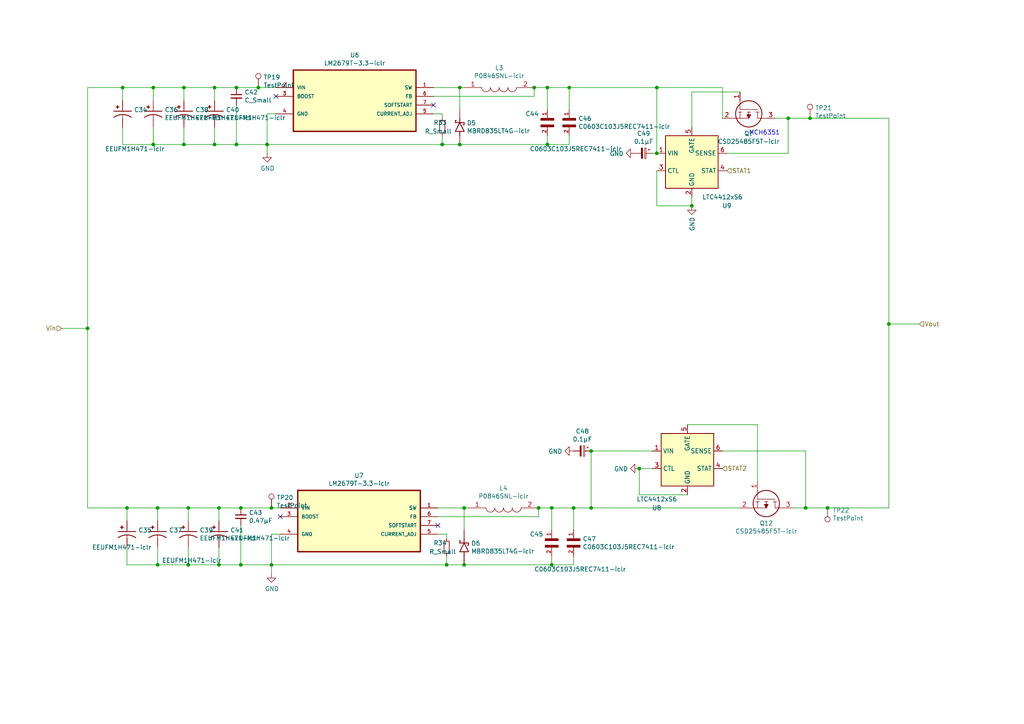
<source format=kicad_sch>
(kicad_sch (version 20211123) (generator eeschema)

  (uuid c38f28b6-5bd4-4cf9-b273-1e7b230f6b42)

  (paper "A4")

  (lib_symbols
    (symbol "Connector:TestPoint" (pin_numbers hide) (pin_names (offset 0.762) hide) (in_bom yes) (on_board yes)
      (property "Reference" "TP" (id 0) (at 0 6.858 0)
        (effects (font (size 1.27 1.27)))
      )
      (property "Value" "TestPoint" (id 1) (at 0 5.08 0)
        (effects (font (size 1.27 1.27)))
      )
      (property "Footprint" "" (id 2) (at 5.08 0 0)
        (effects (font (size 1.27 1.27)) hide)
      )
      (property "Datasheet" "~" (id 3) (at 5.08 0 0)
        (effects (font (size 1.27 1.27)) hide)
      )
      (property "ki_keywords" "test point tp" (id 4) (at 0 0 0)
        (effects (font (size 1.27 1.27)) hide)
      )
      (property "ki_description" "test point" (id 5) (at 0 0 0)
        (effects (font (size 1.27 1.27)) hide)
      )
      (property "ki_fp_filters" "Pin* Test*" (id 6) (at 0 0 0)
        (effects (font (size 1.27 1.27)) hide)
      )
      (symbol "TestPoint_0_1"
        (circle (center 0 3.302) (radius 0.762)
          (stroke (width 0) (type default) (color 0 0 0 0))
          (fill (type none))
        )
      )
      (symbol "TestPoint_1_1"
        (pin passive line (at 0 0 90) (length 2.54)
          (name "1" (effects (font (size 1.27 1.27))))
          (number "1" (effects (font (size 1.27 1.27))))
        )
      )
    )
    (symbol "Device:CP_Small" (pin_numbers hide) (pin_names (offset 0.254) hide) (in_bom yes) (on_board yes)
      (property "Reference" "C" (id 0) (at 0.254 1.778 0)
        (effects (font (size 1.27 1.27)) (justify left))
      )
      (property "Value" "Device_CP_Small" (id 1) (at 0.254 -2.032 0)
        (effects (font (size 1.27 1.27)) (justify left))
      )
      (property "Footprint" "" (id 2) (at 0 0 0)
        (effects (font (size 1.27 1.27)) hide)
      )
      (property "Datasheet" "" (id 3) (at 0 0 0)
        (effects (font (size 1.27 1.27)) hide)
      )
      (property "ki_fp_filters" "CP_*" (id 4) (at 0 0 0)
        (effects (font (size 1.27 1.27)) hide)
      )
      (symbol "CP_Small_0_1"
        (rectangle (start -1.524 -0.3048) (end 1.524 -0.6858)
          (stroke (width 0) (type default) (color 0 0 0 0))
          (fill (type outline))
        )
        (rectangle (start -1.524 0.6858) (end 1.524 0.3048)
          (stroke (width 0) (type default) (color 0 0 0 0))
          (fill (type none))
        )
        (polyline
          (pts
            (xy -1.27 1.524)
            (xy -0.762 1.524)
          )
          (stroke (width 0) (type default) (color 0 0 0 0))
          (fill (type none))
        )
        (polyline
          (pts
            (xy -1.016 1.27)
            (xy -1.016 1.778)
          )
          (stroke (width 0) (type default) (color 0 0 0 0))
          (fill (type none))
        )
      )
      (symbol "CP_Small_1_1"
        (pin passive line (at 0 2.54 270) (length 1.8542)
          (name "~" (effects (font (size 1.27 1.27))))
          (number "1" (effects (font (size 1.27 1.27))))
        )
        (pin passive line (at 0 -2.54 90) (length 1.8542)
          (name "~" (effects (font (size 1.27 1.27))))
          (number "2" (effects (font (size 1.27 1.27))))
        )
      )
    )
    (symbol "Device:C_Small" (pin_numbers hide) (pin_names (offset 0.254) hide) (in_bom yes) (on_board yes)
      (property "Reference" "C" (id 0) (at 0.254 1.778 0)
        (effects (font (size 1.27 1.27)) (justify left))
      )
      (property "Value" "C_Small" (id 1) (at 0.254 -2.032 0)
        (effects (font (size 1.27 1.27)) (justify left))
      )
      (property "Footprint" "" (id 2) (at 0 0 0)
        (effects (font (size 1.27 1.27)) hide)
      )
      (property "Datasheet" "~" (id 3) (at 0 0 0)
        (effects (font (size 1.27 1.27)) hide)
      )
      (property "ki_keywords" "capacitor cap" (id 4) (at 0 0 0)
        (effects (font (size 1.27 1.27)) hide)
      )
      (property "ki_description" "Unpolarized capacitor, small symbol" (id 5) (at 0 0 0)
        (effects (font (size 1.27 1.27)) hide)
      )
      (property "ki_fp_filters" "C_*" (id 6) (at 0 0 0)
        (effects (font (size 1.27 1.27)) hide)
      )
      (symbol "C_Small_0_1"
        (polyline
          (pts
            (xy -1.524 -0.508)
            (xy 1.524 -0.508)
          )
          (stroke (width 0.3302) (type default) (color 0 0 0 0))
          (fill (type none))
        )
        (polyline
          (pts
            (xy -1.524 0.508)
            (xy 1.524 0.508)
          )
          (stroke (width 0.3048) (type default) (color 0 0 0 0))
          (fill (type none))
        )
      )
      (symbol "C_Small_1_1"
        (pin passive line (at 0 2.54 270) (length 2.032)
          (name "~" (effects (font (size 1.27 1.27))))
          (number "1" (effects (font (size 1.27 1.27))))
        )
        (pin passive line (at 0 -2.54 90) (length 2.032)
          (name "~" (effects (font (size 1.27 1.27))))
          (number "2" (effects (font (size 1.27 1.27))))
        )
      )
    )
    (symbol "Device:R_Small" (pin_numbers hide) (pin_names (offset 0.254) hide) (in_bom yes) (on_board yes)
      (property "Reference" "R" (id 0) (at 0.762 0.508 0)
        (effects (font (size 1.27 1.27)) (justify left))
      )
      (property "Value" "R_Small" (id 1) (at 0.762 -1.016 0)
        (effects (font (size 1.27 1.27)) (justify left))
      )
      (property "Footprint" "" (id 2) (at 0 0 0)
        (effects (font (size 1.27 1.27)) hide)
      )
      (property "Datasheet" "~" (id 3) (at 0 0 0)
        (effects (font (size 1.27 1.27)) hide)
      )
      (property "ki_keywords" "R resistor" (id 4) (at 0 0 0)
        (effects (font (size 1.27 1.27)) hide)
      )
      (property "ki_description" "Resistor, small symbol" (id 5) (at 0 0 0)
        (effects (font (size 1.27 1.27)) hide)
      )
      (property "ki_fp_filters" "R_*" (id 6) (at 0 0 0)
        (effects (font (size 1.27 1.27)) hide)
      )
      (symbol "R_Small_0_1"
        (rectangle (start -0.762 1.778) (end 0.762 -1.778)
          (stroke (width 0.2032) (type default) (color 0 0 0 0))
          (fill (type none))
        )
      )
      (symbol "R_Small_1_1"
        (pin passive line (at 0 2.54 270) (length 0.762)
          (name "~" (effects (font (size 1.27 1.27))))
          (number "1" (effects (font (size 1.27 1.27))))
        )
        (pin passive line (at 0 -2.54 90) (length 0.762)
          (name "~" (effects (font (size 1.27 1.27))))
          (number "2" (effects (font (size 1.27 1.27))))
        )
      )
    )
    (symbol "Power_Management:LTC4412xS6" (in_bom yes) (on_board yes)
      (property "Reference" "U" (id 0) (at -6.35 8.89 0)
        (effects (font (size 1.27 1.27)))
      )
      (property "Value" "LTC4412xS6" (id 1) (at 6.35 8.89 0)
        (effects (font (size 1.27 1.27)))
      )
      (property "Footprint" "Package_TO_SOT_SMD:TSOT-23-6" (id 2) (at 16.51 -8.89 0)
        (effects (font (size 1.27 1.27)) hide)
      )
      (property "Datasheet" "https://www.analog.com/media/en/technical-documentation/data-sheets/4412fb.pdf" (id 3) (at 53.34 -5.08 0)
        (effects (font (size 1.27 1.27)) hide)
      )
      (property "ki_keywords" "ideal-diode or-ing" (id 4) (at 0 0 0)
        (effects (font (size 1.27 1.27)) hide)
      )
      (property "ki_description" "Low Loss PowerPath Controller, TSOT-23-6" (id 5) (at 0 0 0)
        (effects (font (size 1.27 1.27)) hide)
      )
      (property "ki_fp_filters" "TSOT?23*" (id 6) (at 0 0 0)
        (effects (font (size 1.27 1.27)) hide)
      )
      (symbol "LTC4412xS6_0_1"
        (rectangle (start -7.62 7.62) (end 7.62 -7.62)
          (stroke (width 0.254) (type default) (color 0 0 0 0))
          (fill (type background))
        )
      )
      (symbol "LTC4412xS6_1_1"
        (pin power_in line (at -10.16 2.54 0) (length 2.54)
          (name "VIN" (effects (font (size 1.27 1.27))))
          (number "1" (effects (font (size 1.27 1.27))))
        )
        (pin power_in line (at 0 -10.16 90) (length 2.54)
          (name "GND" (effects (font (size 1.27 1.27))))
          (number "2" (effects (font (size 1.27 1.27))))
        )
        (pin input line (at -10.16 -2.54 0) (length 2.54)
          (name "CTL" (effects (font (size 1.27 1.27))))
          (number "3" (effects (font (size 1.27 1.27))))
        )
        (pin open_collector line (at 10.16 -2.54 180) (length 2.54)
          (name "STAT" (effects (font (size 1.27 1.27))))
          (number "4" (effects (font (size 1.27 1.27))))
        )
        (pin output line (at 0 10.16 270) (length 2.54)
          (name "GATE" (effects (font (size 1.27 1.27))))
          (number "5" (effects (font (size 1.27 1.27))))
        )
        (pin input line (at 10.16 2.54 180) (length 2.54)
          (name "SENSE" (effects (font (size 1.27 1.27))))
          (number "6" (effects (font (size 1.27 1.27))))
        )
      )
    )
    (symbol "iclr:C0603C103J5REC7411-iclr" (pin_names (offset 1.016) hide) (in_bom yes) (on_board yes)
      (property "Reference" "C" (id 0) (at 0 3.81 0)
        (effects (font (size 1.27 1.27)) (justify left bottom))
      )
      (property "Value" "C0603C103J5REC7411-iclr" (id 1) (at 0 -5.08 0)
        (effects (font (size 1.27 1.27)) (justify left bottom))
      )
      (property "Footprint" "CAPC1608X87N" (id 2) (at 0 0 0)
        (effects (font (size 1.27 1.27)) (justify left bottom) hide)
      )
      (property "Datasheet" "" (id 3) (at 0 0 0)
        (effects (font (size 1.27 1.27)) (justify left bottom) hide)
      )
      (property "ki_locked" "" (id 4) (at 0 0 0)
        (effects (font (size 1.27 1.27)))
      )
      (symbol "C0603C103J5REC7411-iclr_0_0"
        (rectangle (start 0 -1.905) (end 0.635 1.905)
          (stroke (width 0) (type default) (color 0 0 0 0))
          (fill (type outline))
        )
        (rectangle (start 1.905 -1.905) (end 2.54 1.905)
          (stroke (width 0) (type default) (color 0 0 0 0))
          (fill (type outline))
        )
        (pin passive line (at -2.54 0 0) (length 2.54)
          (name "~" (effects (font (size 1.016 1.016))))
          (number "1" (effects (font (size 1.016 1.016))))
        )
        (pin passive line (at 5.08 0 180) (length 2.54)
          (name "~" (effects (font (size 1.016 1.016))))
          (number "2" (effects (font (size 1.016 1.016))))
        )
      )
    )
    (symbol "iclr:CSD25485F5T-iclr" (pin_names (offset 0.762)) (in_bom yes) (on_board yes)
      (property "Reference" "Q" (id 0) (at 11.43 3.81 0)
        (effects (font (size 1.27 1.27)) (justify left))
      )
      (property "Value" "CSD25485F5T-iclr" (id 1) (at 11.43 1.27 0)
        (effects (font (size 1.27 1.27)) (justify left))
      )
      (property "Footprint" "CSD13385F5" (id 2) (at 11.43 -1.27 0)
        (effects (font (size 1.27 1.27)) (justify left) hide)
      )
      (property "Datasheet" "http://www.ti.com/lit/gpn/CSD25485F5" (id 3) (at 11.43 -3.81 0)
        (effects (font (size 1.27 1.27)) (justify left) hide)
      )
      (property "Description" "-20V, P ch NexFET MOSFET, single LGA 0.8x1.5, 42mOhm" (id 4) (at 11.43 -6.35 0)
        (effects (font (size 1.27 1.27)) (justify left) hide)
      )
      (property "Height" "0" (id 5) (at 11.43 -8.89 0)
        (effects (font (size 1.27 1.27)) (justify left) hide)
      )
      (property "Manufacturer_Name" "Texas Instruments" (id 6) (at 11.43 -11.43 0)
        (effects (font (size 1.27 1.27)) (justify left) hide)
      )
      (property "Manufacturer_Part_Number" "CSD25485F5T" (id 7) (at 11.43 -13.97 0)
        (effects (font (size 1.27 1.27)) (justify left) hide)
      )
      (property "Mouser Part Number" "595-CSD25485F5T" (id 8) (at 11.43 -16.51 0)
        (effects (font (size 1.27 1.27)) (justify left) hide)
      )
      (property "Mouser Price/Stock" "https://www.mouser.co.uk/ProductDetail/Texas-Instruments/CSD25485F5T?qs=Bho%2FbeBaDExWIlvMtFx97A%3D%3D" (id 9) (at 11.43 -19.05 0)
        (effects (font (size 1.27 1.27)) (justify left) hide)
      )
      (property "Arrow Part Number" "CSD25485F5T" (id 10) (at 11.43 -21.59 0)
        (effects (font (size 1.27 1.27)) (justify left) hide)
      )
      (property "Arrow Price/Stock" "https://www.arrow.com/en/products/csd25485f5t/texas-instruments" (id 11) (at 11.43 -24.13 0)
        (effects (font (size 1.27 1.27)) (justify left) hide)
      )
      (symbol "CSD25485F5T-iclr_0_0"
        (pin passive line (at 0 0 0) (length 2.54)
          (name "~" (effects (font (size 1.27 1.27))))
          (number "1" (effects (font (size 1.27 1.27))))
        )
        (pin passive line (at 7.62 -5.08 90) (length 2.54)
          (name "~" (effects (font (size 1.27 1.27))))
          (number "2" (effects (font (size 1.27 1.27))))
        )
        (pin passive line (at 7.62 10.16 270) (length 2.54)
          (name "~" (effects (font (size 1.27 1.27))))
          (number "3" (effects (font (size 1.27 1.27))))
        )
      )
      (symbol "CSD25485F5T-iclr_0_1"
        (polyline
          (pts
            (xy 5.842 -0.508)
            (xy 5.842 0.508)
          )
          (stroke (width 0.1524) (type default) (color 0 0 0 0))
          (fill (type none))
        )
        (polyline
          (pts
            (xy 5.842 0)
            (xy 7.62 0)
          )
          (stroke (width 0.1524) (type default) (color 0 0 0 0))
          (fill (type none))
        )
        (polyline
          (pts
            (xy 5.842 2.032)
            (xy 5.842 3.048)
          )
          (stroke (width 0.1524) (type default) (color 0 0 0 0))
          (fill (type none))
        )
        (polyline
          (pts
            (xy 5.842 5.588)
            (xy 5.842 4.572)
          )
          (stroke (width 0.1524) (type default) (color 0 0 0 0))
          (fill (type none))
        )
        (polyline
          (pts
            (xy 7.62 2.54)
            (xy 5.842 2.54)
          )
          (stroke (width 0.1524) (type default) (color 0 0 0 0))
          (fill (type none))
        )
        (polyline
          (pts
            (xy 7.62 2.54)
            (xy 7.62 -2.54)
          )
          (stroke (width 0.1524) (type default) (color 0 0 0 0))
          (fill (type none))
        )
        (polyline
          (pts
            (xy 7.62 5.08)
            (xy 5.842 5.08)
          )
          (stroke (width 0.1524) (type default) (color 0 0 0 0))
          (fill (type none))
        )
        (polyline
          (pts
            (xy 7.62 5.08)
            (xy 7.62 7.62)
          )
          (stroke (width 0.1524) (type default) (color 0 0 0 0))
          (fill (type none))
        )
        (polyline
          (pts
            (xy 2.54 0)
            (xy 5.08 0)
            (xy 5.08 5.08)
          )
          (stroke (width 0.1524) (type default) (color 0 0 0 0))
          (fill (type none))
        )
        (polyline
          (pts
            (xy 7.62 2.54)
            (xy 6.604 3.048)
            (xy 6.604 2.032)
            (xy 7.62 2.54)
          )
          (stroke (width 0.254) (type default) (color 0 0 0 0))
          (fill (type outline))
        )
        (circle (center 6.35 2.54) (radius 3.81)
          (stroke (width 0.254) (type default) (color 0 0 0 0))
          (fill (type none))
        )
      )
    )
    (symbol "iclr:EEUFM1H471-iclr" (pin_numbers hide) (pin_names (offset 1.016) hide) (in_bom yes) (on_board yes)
      (property "Reference" "C" (id 0) (at -2.54 3.81 0)
        (effects (font (size 1.27 1.27)) (justify left bottom))
      )
      (property "Value" "EEUFM1H471-iclr" (id 1) (at -2.54 -5.08 0)
        (effects (font (size 1.27 1.27)) (justify left bottom))
      )
      (property "Footprint" "CAPPRD500W60D1250H2000" (id 2) (at 0 0 0)
        (effects (font (size 1.27 1.27)) (justify left bottom) hide)
      )
      (property "Datasheet" "" (id 3) (at 0 0 0)
        (effects (font (size 1.27 1.27)) (justify left bottom) hide)
      )
      (property "MF" "PANASONIC" (id 4) (at 0 0 0)
        (effects (font (size 1.27 1.27)) (justify left bottom) hide)
      )
      (property "b_nom" "0.6" (id 5) (at 0 0 0)
        (effects (font (size 1.27 1.27)) (justify left bottom) hide)
      )
      (property "A_max" "20" (id 6) (at 0 0 0)
        (effects (font (size 1.27 1.27)) (justify left bottom) hide)
      )
      (property "DESCRIPTION" "FM-A" (id 7) (at 0 0 0)
        (effects (font (size 1.27 1.27)) (justify left bottom) hide)
      )
      (property "PARTREV" "28-FEB-20" (id 8) (at 0 0 0)
        (effects (font (size 1.27 1.27)) (justify left bottom) hide)
      )
      (property "b_max" "0.65" (id 9) (at 0 0 0)
        (effects (font (size 1.27 1.27)) (justify left bottom) hide)
      )
      (property "e_nom" "5" (id 10) (at 0 0 0)
        (effects (font (size 1.27 1.27)) (justify left bottom) hide)
      )
      (property "D_nom" "12.5" (id 11) (at 0 0 0)
        (effects (font (size 1.27 1.27)) (justify left bottom) hide)
      )
      (property "ki_locked" "" (id 12) (at 0 0 0)
        (effects (font (size 1.27 1.27)))
      )
      (symbol "EEUFM1H471-iclr_0_0"
        (rectangle (start -1.1684 -1.524) (end -0.2794 -1.397)
          (stroke (width 0) (type default) (color 0 0 0 0))
          (fill (type outline))
        )
        (rectangle (start -0.7874 -1.905) (end -0.6604 -1.016)
          (stroke (width 0) (type default) (color 0 0 0 0))
          (fill (type outline))
        )
        (polyline
          (pts
            (xy 0 0)
            (xy 0.508 0)
          )
          (stroke (width 0.1524) (type default) (color 0 0 0 0))
          (fill (type none))
        )
        (polyline
          (pts
            (xy 0.508 0)
            (xy 0.508 -2.54)
          )
          (stroke (width 0.254) (type default) (color 0 0 0 0))
          (fill (type none))
        )
        (polyline
          (pts
            (xy 0.508 2.54)
            (xy 0.508 0)
          )
          (stroke (width 0.254) (type default) (color 0 0 0 0))
          (fill (type none))
        )
        (polyline
          (pts
            (xy 2.54 0)
            (xy 1.524 0)
          )
          (stroke (width 0.1524) (type default) (color 0 0 0 0))
          (fill (type none))
        )
        (arc (start 2.286 2.54) (mid 1.486 0) (end 2.286 -2.54)
          (stroke (width 0.254) (type default) (color 0 0 0 0))
          (fill (type none))
        )
        (pin passive line (at 5.08 0 180) (length 2.54)
          (name "~" (effects (font (size 1.016 1.016))))
          (number "N" (effects (font (size 1.016 1.016))))
        )
        (pin passive line (at -2.54 0 0) (length 2.54)
          (name "~" (effects (font (size 1.016 1.016))))
          (number "P" (effects (font (size 1.016 1.016))))
        )
      )
    )
    (symbol "iclr:LM2679T-3.3-iclr" (pin_names (offset 1.016)) (in_bom yes) (on_board yes)
      (property "Reference" "U" (id 0) (at -4.5974 6.2992 0)
        (effects (font (size 1.27 1.27)) (justify left bottom))
      )
      (property "Value" "LM2679T-3.3-iclr" (id 1) (at -5.3594 -15.6464 0)
        (effects (font (size 1.27 1.27)) (justify left bottom))
      )
      (property "Footprint" "TO127P457X1016X2052-7P" (id 2) (at 0 0 0)
        (effects (font (size 1.27 1.27)) (justify left bottom) hide)
      )
      (property "Datasheet" "" (id 3) (at 0 0 0)
        (effects (font (size 1.27 1.27)) (justify left bottom) hide)
      )
      (property "SUPPLIER" "National Semiconductor" (id 4) (at 0 0 0)
        (effects (font (size 1.27 1.27)) (justify left bottom) hide)
      )
      (property "PACKAGE" "TO220-7" (id 5) (at 0 0 0)
        (effects (font (size 1.27 1.27)) (justify left bottom) hide)
      )
      (property "MPN" "LM2679T-3.3" (id 6) (at 0 0 0)
        (effects (font (size 1.27 1.27)) (justify left bottom) hide)
      )
      (property "OC_NEWARK" "41K4227" (id 7) (at 0 0 0)
        (effects (font (size 1.27 1.27)) (justify left bottom) hide)
      )
      (property "OC_FARNELL" "-" (id 8) (at 0 0 0)
        (effects (font (size 1.27 1.27)) (justify left bottom) hide)
      )
      (property "ki_locked" "" (id 9) (at 0 0 0)
        (effects (font (size 1.27 1.27)))
      )
      (symbol "LM2679T-3.3-iclr_0_0"
        (rectangle (start -17.78 -12.7) (end 17.78 5.08)
          (stroke (width 0.4064) (type default) (color 0 0 0 0))
          (fill (type background))
        )
        (pin output line (at 22.86 0 180) (length 5.08)
          (name "SW" (effects (font (size 1.016 1.016))))
          (number "1" (effects (font (size 1.016 1.016))))
        )
        (pin input line (at -22.86 0 0) (length 5.08)
          (name "VIN" (effects (font (size 1.016 1.016))))
          (number "2" (effects (font (size 1.016 1.016))))
        )
        (pin passive line (at -22.86 -2.54 0) (length 5.08)
          (name "BOOST" (effects (font (size 1.016 1.016))))
          (number "3" (effects (font (size 1.016 1.016))))
        )
        (pin passive line (at -22.86 -7.62 0) (length 5.08)
          (name "GND" (effects (font (size 1.016 1.016))))
          (number "4" (effects (font (size 1.016 1.016))))
        )
        (pin passive line (at 22.86 -7.62 180) (length 5.08)
          (name "CURRENT_ADJ" (effects (font (size 1.016 1.016))))
          (number "5" (effects (font (size 1.016 1.016))))
        )
        (pin passive line (at 22.86 -2.54 180) (length 5.08)
          (name "FB" (effects (font (size 1.016 1.016))))
          (number "6" (effects (font (size 1.016 1.016))))
        )
        (pin passive line (at 22.86 -5.08 180) (length 5.08)
          (name "SOFTSTART" (effects (font (size 1.016 1.016))))
          (number "7" (effects (font (size 1.016 1.016))))
        )
      )
    )
    (symbol "iclr:MBRD835LT4G-iclr" (pin_numbers hide) (pin_names (offset 1.016) hide) (in_bom yes) (on_board yes)
      (property "Reference" "D" (id 0) (at -5.08 2.54 0)
        (effects (font (size 1.27 1.27)) (justify left bottom))
      )
      (property "Value" "MBRD835LT4G-iclr" (id 1) (at -5.08 -3.81 0)
        (effects (font (size 1.27 1.27)) (justify left bottom))
      )
      (property "Footprint" "DPAK229P990X238-3N" (id 2) (at 0 0 0)
        (effects (font (size 1.27 1.27)) (justify left bottom) hide)
      )
      (property "Datasheet" "" (id 3) (at 0 0 0)
        (effects (font (size 1.27 1.27)) (justify left bottom) hide)
      )
      (property "STANDARD" "IPC-7351B" (id 4) (at 0 0 0)
        (effects (font (size 1.27 1.27)) (justify left bottom) hide)
      )
      (property "MANUFACTURER" "On Semiconductor" (id 5) (at 0 0 0)
        (effects (font (size 1.27 1.27)) (justify left bottom) hide)
      )
      (property "PARTREV" "8" (id 6) (at 0 0 0)
        (effects (font (size 1.27 1.27)) (justify left bottom) hide)
      )
      (property "ki_locked" "" (id 7) (at 0 0 0)
        (effects (font (size 1.27 1.27)))
      )
      (symbol "MBRD835LT4G-iclr_0_0"
        (polyline
          (pts
            (xy -2.54 0)
            (xy -1.27 0)
          )
          (stroke (width 0.254) (type default) (color 0 0 0 0))
          (fill (type none))
        )
        (polyline
          (pts
            (xy -1.27 -1.27)
            (xy 1.27 0)
          )
          (stroke (width 0.254) (type default) (color 0 0 0 0))
          (fill (type none))
        )
        (polyline
          (pts
            (xy -1.27 0)
            (xy -1.27 -1.27)
          )
          (stroke (width 0.254) (type default) (color 0 0 0 0))
          (fill (type none))
        )
        (polyline
          (pts
            (xy -1.27 1.27)
            (xy -1.27 0)
          )
          (stroke (width 0.254) (type default) (color 0 0 0 0))
          (fill (type none))
        )
        (polyline
          (pts
            (xy 0.635 -1.016)
            (xy 0.635 -1.27)
          )
          (stroke (width 0.254) (type default) (color 0 0 0 0))
          (fill (type none))
        )
        (polyline
          (pts
            (xy 1.27 -1.27)
            (xy 0.635 -1.27)
          )
          (stroke (width 0.254) (type default) (color 0 0 0 0))
          (fill (type none))
        )
        (polyline
          (pts
            (xy 1.27 0)
            (xy -1.27 1.27)
          )
          (stroke (width 0.254) (type default) (color 0 0 0 0))
          (fill (type none))
        )
        (polyline
          (pts
            (xy 1.27 0)
            (xy 1.27 -1.27)
          )
          (stroke (width 0.254) (type default) (color 0 0 0 0))
          (fill (type none))
        )
        (polyline
          (pts
            (xy 1.27 1.27)
            (xy 1.27 0)
          )
          (stroke (width 0.254) (type default) (color 0 0 0 0))
          (fill (type none))
        )
        (polyline
          (pts
            (xy 1.905 1.27)
            (xy 1.27 1.27)
          )
          (stroke (width 0.254) (type default) (color 0 0 0 0))
          (fill (type none))
        )
        (polyline
          (pts
            (xy 1.905 1.27)
            (xy 1.905 1.016)
          )
          (stroke (width 0.254) (type default) (color 0 0 0 0))
          (fill (type none))
        )
        (polyline
          (pts
            (xy 2.54 0)
            (xy 1.27 0)
          )
          (stroke (width 0.254) (type default) (color 0 0 0 0))
          (fill (type none))
        )
        (pin passive line (at -5.08 0 0) (length 2.54)
          (name "~" (effects (font (size 1.016 1.016))))
          (number "1" (effects (font (size 1.016 1.016))))
        )
        (pin passive line (at -5.08 0 0) (length 2.54)
          (name "~" (effects (font (size 1.016 1.016))))
          (number "3" (effects (font (size 1.016 1.016))))
        )
        (pin passive line (at 5.08 0 180) (length 2.54)
          (name "~" (effects (font (size 1.016 1.016))))
          (number "4" (effects (font (size 1.016 1.016))))
        )
      )
    )
    (symbol "iclr:P0846SNL-iclr" (pin_names (offset 0.762)) (in_bom yes) (on_board yes)
      (property "Reference" "L" (id 0) (at 16.51 6.35 0)
        (effects (font (size 1.27 1.27)) (justify left))
      )
      (property "Value" "P0846SNL-iclr" (id 1) (at 16.51 3.81 0)
        (effects (font (size 1.27 1.27)) (justify left))
      )
      (property "Footprint" "P0846SNL" (id 2) (at 16.51 1.27 0)
        (effects (font (size 1.27 1.27)) (justify left) hide)
      )
      (property "Datasheet" "https://datasheet.datasheetarchive.com/originals/dk/DKDS-10/182482.pdf" (id 3) (at 16.51 -1.27 0)
        (effects (font (size 1.27 1.27)) (justify left) hide)
      )
      (property "Description" "Fixed Inductors 260KHZ SWITCHER IND" (id 4) (at 16.51 -3.81 0)
        (effects (font (size 1.27 1.27)) (justify left) hide)
      )
      (property "Height" "10.16" (id 5) (at 16.51 -6.35 0)
        (effects (font (size 1.27 1.27)) (justify left) hide)
      )
      (property "Manufacturer_Name" "Pulse" (id 6) (at 16.51 -8.89 0)
        (effects (font (size 1.27 1.27)) (justify left) hide)
      )
      (property "Manufacturer_Part_Number" "P0846SNL" (id 7) (at 16.51 -11.43 0)
        (effects (font (size 1.27 1.27)) (justify left) hide)
      )
      (property "Mouser Part Number" "673-P0846SNL" (id 8) (at 16.51 -13.97 0)
        (effects (font (size 1.27 1.27)) (justify left) hide)
      )
      (property "Mouser Price/Stock" "https://www.mouser.co.uk/ProductDetail/Pulse-Electronics/P0846SNL?qs=GY25Nw16qaXiqUAx%252BvLTgw%3D%3D" (id 9) (at 16.51 -16.51 0)
        (effects (font (size 1.27 1.27)) (justify left) hide)
      )
      (property "Arrow Part Number" "P0846SNL" (id 10) (at 16.51 -19.05 0)
        (effects (font (size 1.27 1.27)) (justify left) hide)
      )
      (property "Arrow Price/Stock" "https://www.arrow.com/en/products/p0846snl/pulse-electronics-corporation" (id 11) (at 16.51 -21.59 0)
        (effects (font (size 1.27 1.27)) (justify left) hide)
      )
      (symbol "P0846SNL-iclr_0_0"
        (pin passive line (at 0 0 0) (length 5.08)
          (name "~" (effects (font (size 1.27 1.27))))
          (number "1" (effects (font (size 1.27 1.27))))
        )
        (pin passive line (at 20.32 0 180) (length 5.08)
          (name "~" (effects (font (size 1.27 1.27))))
          (number "2" (effects (font (size 1.27 1.27))))
        )
      )
      (symbol "P0846SNL-iclr_0_1"
        (arc (start 5.08 0) (mid 6.35 -1.3218) (end 7.62 0)
          (stroke (width 0.1524) (type default) (color 0 0 0 0))
          (fill (type none))
        )
        (arc (start 7.62 0) (mid 8.89 -1.3218) (end 10.16 0)
          (stroke (width 0.1524) (type default) (color 0 0 0 0))
          (fill (type none))
        )
        (arc (start 10.16 0) (mid 11.43 -1.3218) (end 12.7 0)
          (stroke (width 0.1524) (type default) (color 0 0 0 0))
          (fill (type none))
        )
        (arc (start 12.7 0) (mid 13.97 -1.3218) (end 15.24 0)
          (stroke (width 0.1524) (type default) (color 0 0 0 0))
          (fill (type none))
        )
      )
    )
    (symbol "power:GND" (power) (pin_names (offset 0)) (in_bom yes) (on_board yes)
      (property "Reference" "#PWR" (id 0) (at 0 -6.35 0)
        (effects (font (size 1.27 1.27)) hide)
      )
      (property "Value" "GND" (id 1) (at 0 -3.81 0)
        (effects (font (size 1.27 1.27)))
      )
      (property "Footprint" "" (id 2) (at 0 0 0)
        (effects (font (size 1.27 1.27)) hide)
      )
      (property "Datasheet" "" (id 3) (at 0 0 0)
        (effects (font (size 1.27 1.27)) hide)
      )
      (property "ki_keywords" "power-flag" (id 4) (at 0 0 0)
        (effects (font (size 1.27 1.27)) hide)
      )
      (property "ki_description" "Power symbol creates a global label with name \"GND\" , ground" (id 5) (at 0 0 0)
        (effects (font (size 1.27 1.27)) hide)
      )
      (symbol "GND_0_1"
        (polyline
          (pts
            (xy 0 0)
            (xy 0 -1.27)
            (xy 1.27 -1.27)
            (xy 0 -2.54)
            (xy -1.27 -1.27)
            (xy 0 -1.27)
          )
          (stroke (width 0) (type default) (color 0 0 0 0))
          (fill (type none))
        )
      )
      (symbol "GND_1_1"
        (pin power_in line (at 0 0 270) (length 0) hide
          (name "GND" (effects (font (size 1.27 1.27))))
          (number "1" (effects (font (size 1.27 1.27))))
        )
      )
    )
  )

  (junction (at 128.27 41.91) (diameter 0) (color 0 0 0 0)
    (uuid 017667a9-f5de-49c7-af53-4f9af2f3a311)
  )
  (junction (at 69.85 163.83) (diameter 0) (color 0 0 0 0)
    (uuid 01c59306-91a3-452b-92b5-9af8f8f257d6)
  )
  (junction (at 166.37 147.32) (diameter 0) (color 0 0 0 0)
    (uuid 02491520-945f-40c4-9160-4e5db9ac115d)
  )
  (junction (at 134.62 147.32) (diameter 0) (color 0 0 0 0)
    (uuid 0f9b475c-adb7-41fc-b827-33d4eaa86b99)
  )
  (junction (at 25.4 95.25) (diameter 0) (color 0 0 0 0)
    (uuid 186c3f1e-1c94-498e-abf2-1069980f6633)
  )
  (junction (at 200.66 59.69) (diameter 0) (color 0 0 0 0)
    (uuid 19a5aacd-255a-4bf3-89c1-efd2ab61016c)
  )
  (junction (at 156.21 147.32) (diameter 0) (color 0 0 0 0)
    (uuid 1cbbfee4-06dd-44ee-af91-d336edf2459c)
  )
  (junction (at 77.47 41.91) (diameter 0) (color 0 0 0 0)
    (uuid 21ca1c08-b8a3-4bdc-9356-70a4d86ee444)
  )
  (junction (at 129.54 163.83) (diameter 0) (color 0 0 0 0)
    (uuid 24fd922c-d488-4d61-b6dc-9d3e359ccc82)
  )
  (junction (at 62.23 25.4) (diameter 0) (color 0 0 0 0)
    (uuid 26296271-780a-4da9-8e69-910d9240bca1)
  )
  (junction (at 233.68 147.32) (diameter 0) (color 0 0 0 0)
    (uuid 31070a40-077c-4123-96dd-e39f8a0007ce)
  )
  (junction (at 45.72 147.32) (diameter 0) (color 0 0 0 0)
    (uuid 315d2b15-cfe6-4672-b3ad-24773f3df12c)
  )
  (junction (at 185.42 135.89) (diameter 0) (color 0 0 0 0)
    (uuid 4be2b882-65e4-4552-9482-9d622928de2f)
  )
  (junction (at 171.45 130.81) (diameter 0) (color 0 0 0 0)
    (uuid 53ae21b8-f187-4817-8c27-1f06278d249b)
  )
  (junction (at 35.56 25.4) (diameter 0) (color 0 0 0 0)
    (uuid 56f0a67a-a93a-477a-9778-70fe2cfeeb5a)
  )
  (junction (at 257.81 93.98) (diameter 0) (color 0 0 0 0)
    (uuid 583b0bf3-0699-44db-b975-a241ad040fa4)
  )
  (junction (at 53.34 25.4) (diameter 0) (color 0 0 0 0)
    (uuid 5cc7655c-62f2-43d2-a7a5-eaa4635dada8)
  )
  (junction (at 160.02 163.83) (diameter 0) (color 0 0 0 0)
    (uuid 617498ce-8469-4f4b-9f2b-09a2437561eb)
  )
  (junction (at 74.93 25.4) (diameter 0) (color 0 0 0 0)
    (uuid 6999550c-f78a-4aae-9243-1b3881f5bb3b)
  )
  (junction (at 134.62 163.83) (diameter 0) (color 0 0 0 0)
    (uuid 6ee71a3c-fedb-4cc6-a3c6-f3d6f3ac6767)
  )
  (junction (at 62.23 41.91) (diameter 0) (color 0 0 0 0)
    (uuid 7043f61a-4f1e-4cab-9031-a6449e41a893)
  )
  (junction (at 190.5 44.45) (diameter 0) (color 0 0 0 0)
    (uuid 72f9157b-77da-4a6d-9880-0711b21f6e23)
  )
  (junction (at 234.95 34.29) (diameter 0) (color 0 0 0 0)
    (uuid 73a6ec8e-8641-4014-be28-4611d398be32)
  )
  (junction (at 63.5 147.32) (diameter 0) (color 0 0 0 0)
    (uuid 82907d2e-4560-49c2-9cfc-01b127317195)
  )
  (junction (at 171.45 147.32) (diameter 0) (color 0 0 0 0)
    (uuid 909d0bdd-8a15-40f2-9dfd-be4a5d2d6b25)
  )
  (junction (at 54.61 147.32) (diameter 0) (color 0 0 0 0)
    (uuid 90d503cf-92b2-4120-a4b0-03a2eddde893)
  )
  (junction (at 44.45 41.91) (diameter 0) (color 0 0 0 0)
    (uuid 92574e8a-729f-48de-afcb-97b4f5e826f8)
  )
  (junction (at 133.35 25.4) (diameter 0) (color 0 0 0 0)
    (uuid 92d938cc-f8b1-437d-8914-3d97a0938f67)
  )
  (junction (at 68.58 41.91) (diameter 0) (color 0 0 0 0)
    (uuid a1701438-3c8b-4b49-8695-36ec7f9ae4d2)
  )
  (junction (at 240.03 147.32) (diameter 0) (color 0 0 0 0)
    (uuid af7ed34f-31b5-4744-97e9-29e5f4d85343)
  )
  (junction (at 154.94 25.4) (diameter 0) (color 0 0 0 0)
    (uuid b4afdd30-7a78-4cd8-8670-bb6dd787dcdc)
  )
  (junction (at 228.6 34.29) (diameter 0) (color 0 0 0 0)
    (uuid b500fd76-a613-4f44-aac4-99213e86ff44)
  )
  (junction (at 54.61 163.83) (diameter 0) (color 0 0 0 0)
    (uuid b5cea0b5-192f-476b-a3c8-0c26e2231699)
  )
  (junction (at 160.02 147.32) (diameter 0) (color 0 0 0 0)
    (uuid b83b087e-7ec9-44e7-a1c9-81d5d26bbf79)
  )
  (junction (at 69.85 147.32) (diameter 0) (color 0 0 0 0)
    (uuid be118b00-015b-445a-8fc5-7bf35350fda8)
  )
  (junction (at 158.75 25.4) (diameter 0) (color 0 0 0 0)
    (uuid c2211bf7-6ed0-4800-9f21-d6a078bedba2)
  )
  (junction (at 78.74 163.83) (diameter 0) (color 0 0 0 0)
    (uuid c482f4f0-b441-4301-a9f1-c7f9e511d699)
  )
  (junction (at 133.35 41.91) (diameter 0) (color 0 0 0 0)
    (uuid cfec88d2-05ea-4320-9be6-2559d89ee700)
  )
  (junction (at 36.83 147.32) (diameter 0) (color 0 0 0 0)
    (uuid d5c86a84-6c8b-48b5-b583-2fe7052421ab)
  )
  (junction (at 53.34 41.91) (diameter 0) (color 0 0 0 0)
    (uuid d8d71ad3-6fd1-4a98-9c1f-70c4fbf3d1d1)
  )
  (junction (at 68.58 25.4) (diameter 0) (color 0 0 0 0)
    (uuid d8f24303-7e52-49a9-9e82-8d60c3aaa009)
  )
  (junction (at 78.74 147.32) (diameter 0) (color 0 0 0 0)
    (uuid e20929e2-2c15-4a75-b1ed-9caa9bd27df7)
  )
  (junction (at 44.45 25.4) (diameter 0) (color 0 0 0 0)
    (uuid e29e8d7d-cee8-47d4-8444-1d7032daf03c)
  )
  (junction (at 158.75 41.91) (diameter 0) (color 0 0 0 0)
    (uuid f565cf54-67ba-4424-8d47-087433645499)
  )
  (junction (at 190.5 25.4) (diameter 0) (color 0 0 0 0)
    (uuid f87a4771-a0a7-489f-9d85-4574dbea71cc)
  )
  (junction (at 63.5 163.83) (diameter 0) (color 0 0 0 0)
    (uuid fc13962a-a464-4fa2-b9a6-4c26667104ee)
  )
  (junction (at 45.72 163.83) (diameter 0) (color 0 0 0 0)
    (uuid fd34aa56-ded2-4e97-965a-a39457716f0c)
  )
  (junction (at 165.1 25.4) (diameter 0) (color 0 0 0 0)
    (uuid ffb86135-b43f-4a42-9aa6-73aa7ba972a9)
  )

  (no_connect (at 81.28 149.86) (uuid 3dbc1b14-20e2-4dcb-8347-d33c13d3f0e0))
  (no_connect (at 127 152.4) (uuid 4b534cd1-c414-4029-9164-e46766faf60e))
  (no_connect (at 80.01 27.94) (uuid 5fba7ff8-02f1-4ac0-93c4-5bd7becbcf63))
  (no_connect (at 125.73 30.48) (uuid 9c2a29da-c83f-4ec8-bbcf-9d775812af04))

  (wire (pts (xy 165.1 31.75) (xy 165.1 25.4))
    (stroke (width 0) (type default) (color 0 0 0 0))
    (uuid 009b0d62-e9ea-4825-9fdf-befd291c76ce)
  )
  (wire (pts (xy 134.62 163.83) (xy 160.02 163.83))
    (stroke (width 0) (type default) (color 0 0 0 0))
    (uuid 06b6db7e-5210-41ec-a47b-0127ebbe0786)
  )
  (wire (pts (xy 266.7 93.98) (xy 257.81 93.98))
    (stroke (width 0) (type default) (color 0 0 0 0))
    (uuid 094dc71e-7ea9-4e30-8ba7-749216ec2a8b)
  )
  (wire (pts (xy 45.72 151.13) (xy 45.72 147.32))
    (stroke (width 0) (type default) (color 0 0 0 0))
    (uuid 0a79db37-f1d9-40b1-a24d-8bdfb8f637e2)
  )
  (wire (pts (xy 68.58 30.48) (xy 68.58 41.91))
    (stroke (width 0) (type default) (color 0 0 0 0))
    (uuid 1053b01a-057e-4e79-a21c-42780a737ea9)
  )
  (wire (pts (xy 53.34 41.91) (xy 62.23 41.91))
    (stroke (width 0) (type default) (color 0 0 0 0))
    (uuid 105d44ff-63b9-4299-9078-473af583971a)
  )
  (wire (pts (xy 78.74 163.83) (xy 129.54 163.83))
    (stroke (width 0) (type default) (color 0 0 0 0))
    (uuid 15a5a11b-0ea1-4f6e-b356-cc2d530615ed)
  )
  (wire (pts (xy 36.83 147.32) (xy 36.83 151.13))
    (stroke (width 0) (type default) (color 0 0 0 0))
    (uuid 188eabba-12a3-47b7-9be1-03f0c5a948eb)
  )
  (wire (pts (xy 62.23 25.4) (xy 68.58 25.4))
    (stroke (width 0) (type default) (color 0 0 0 0))
    (uuid 1a7e7b16-fc7c-4e64-9ace-48cc78112437)
  )
  (wire (pts (xy 128.27 33.02) (xy 128.27 34.29))
    (stroke (width 0) (type default) (color 0 0 0 0))
    (uuid 1ae3634a-f90f-4c6a-8ba7-b38f98d4ccb2)
  )
  (wire (pts (xy 160.02 163.83) (xy 160.02 161.29))
    (stroke (width 0) (type default) (color 0 0 0 0))
    (uuid 1c92f382-4ec3-478f-a1ca-afadd3087787)
  )
  (wire (pts (xy 160.02 147.32) (xy 166.37 147.32))
    (stroke (width 0) (type default) (color 0 0 0 0))
    (uuid 2765a021-71f1-4136-b72b-81c2c6882946)
  )
  (wire (pts (xy 228.6 34.29) (xy 234.95 34.29))
    (stroke (width 0) (type default) (color 0 0 0 0))
    (uuid 278deae2-fb37-4957-b2cb-afac30cacb12)
  )
  (wire (pts (xy 185.42 143.51) (xy 185.42 135.89))
    (stroke (width 0) (type default) (color 0 0 0 0))
    (uuid 27e3c71f-5a63-4710-8adf-b600b805ce02)
  )
  (wire (pts (xy 257.81 93.98) (xy 257.81 147.32))
    (stroke (width 0) (type default) (color 0 0 0 0))
    (uuid 28d267fd-6d61-43bb-9705-8d59d7a44e81)
  )
  (wire (pts (xy 36.83 158.75) (xy 36.83 163.83))
    (stroke (width 0) (type default) (color 0 0 0 0))
    (uuid 2ad4b4ba-3abd-4313-bed9-1edce936a95e)
  )
  (wire (pts (xy 35.56 41.91) (xy 44.45 41.91))
    (stroke (width 0) (type default) (color 0 0 0 0))
    (uuid 2bbd6c26-4114-4518-8f4a-c6fdadc046b6)
  )
  (wire (pts (xy 158.75 31.75) (xy 158.75 25.4))
    (stroke (width 0) (type default) (color 0 0 0 0))
    (uuid 3273ec61-4a33-41c2-82bf-cde7c8587c1b)
  )
  (wire (pts (xy 154.94 27.94) (xy 154.94 25.4))
    (stroke (width 0) (type default) (color 0 0 0 0))
    (uuid 3382bf79-b686-4aeb-9419-c8ab591662bb)
  )
  (wire (pts (xy 234.95 34.29) (xy 257.81 34.29))
    (stroke (width 0) (type default) (color 0 0 0 0))
    (uuid 3388a811-b444-4ecc-a564-b22a1b731ab4)
  )
  (wire (pts (xy 62.23 36.83) (xy 62.23 41.91))
    (stroke (width 0) (type default) (color 0 0 0 0))
    (uuid 341e67eb-d5e1-4cb7-9d11-5aa4ab832a2a)
  )
  (wire (pts (xy 166.37 163.83) (xy 166.37 161.29))
    (stroke (width 0) (type default) (color 0 0 0 0))
    (uuid 3e147ce1-21a6-4e77-a3db-fd00d575cd22)
  )
  (wire (pts (xy 81.28 154.94) (xy 78.74 154.94))
    (stroke (width 0) (type default) (color 0 0 0 0))
    (uuid 3f43c2dc-daa2-45ba-b8ca-7ae5aebed882)
  )
  (wire (pts (xy 128.27 41.91) (xy 133.35 41.91))
    (stroke (width 0) (type default) (color 0 0 0 0))
    (uuid 3f9f133b-59b8-4791-b0ab-6fa861da9e3f)
  )
  (wire (pts (xy 53.34 36.83) (xy 53.34 41.91))
    (stroke (width 0) (type default) (color 0 0 0 0))
    (uuid 41ab46ed-40f5-461d-81aa-1f02dc069a49)
  )
  (wire (pts (xy 224.79 34.29) (xy 228.6 34.29))
    (stroke (width 0) (type default) (color 0 0 0 0))
    (uuid 44e77d57-d16f-4723-a95f-1ac45276c458)
  )
  (wire (pts (xy 25.4 147.32) (xy 36.83 147.32))
    (stroke (width 0) (type default) (color 0 0 0 0))
    (uuid 45836d49-cd5f-417d-b0f6-c8b43d196a36)
  )
  (wire (pts (xy 45.72 147.32) (xy 54.61 147.32))
    (stroke (width 0) (type default) (color 0 0 0 0))
    (uuid 45a58c23-3e6d-4df0-af01-6d5948b0075c)
  )
  (wire (pts (xy 134.62 25.4) (xy 133.35 25.4))
    (stroke (width 0) (type default) (color 0 0 0 0))
    (uuid 4c144ffa-02d0-42da-aef1-f5175cbde9c0)
  )
  (wire (pts (xy 171.45 147.32) (xy 214.63 147.32))
    (stroke (width 0) (type default) (color 0 0 0 0))
    (uuid 4c6a1dad-7acf-4a52-99b0-316025d1ab04)
  )
  (wire (pts (xy 35.56 36.83) (xy 35.56 41.91))
    (stroke (width 0) (type default) (color 0 0 0 0))
    (uuid 4e7a230a-c1a4-4455-81ee-277835acf4a2)
  )
  (wire (pts (xy 129.54 154.94) (xy 129.54 156.21))
    (stroke (width 0) (type default) (color 0 0 0 0))
    (uuid 4ef07d45-f940-4cb6-bb96-2ddec13fd099)
  )
  (wire (pts (xy 154.94 25.4) (xy 158.75 25.4))
    (stroke (width 0) (type default) (color 0 0 0 0))
    (uuid 4f3dc5bc-04e8-4dcc-91dd-8782e84f321d)
  )
  (wire (pts (xy 62.23 25.4) (xy 62.23 29.21))
    (stroke (width 0) (type default) (color 0 0 0 0))
    (uuid 4fc3183f-297c-42b7-b3bd-25a9ea18c844)
  )
  (wire (pts (xy 156.21 147.32) (xy 160.02 147.32))
    (stroke (width 0) (type default) (color 0 0 0 0))
    (uuid 50a799a7-f8f3-4f13-9288-b10696e9a7da)
  )
  (wire (pts (xy 240.03 147.32) (xy 257.81 147.32))
    (stroke (width 0) (type default) (color 0 0 0 0))
    (uuid 5160b3d5-0622-412f-84ed-9900be82a5a6)
  )
  (wire (pts (xy 128.27 33.02) (xy 125.73 33.02))
    (stroke (width 0) (type default) (color 0 0 0 0))
    (uuid 51f5536d-48d2-4807-be44-93f427952b0e)
  )
  (wire (pts (xy 54.61 163.83) (xy 63.5 163.83))
    (stroke (width 0) (type default) (color 0 0 0 0))
    (uuid 524d7aa8-362f-459a-b2ae-4ca2a0b1612b)
  )
  (wire (pts (xy 200.66 26.67) (xy 200.66 36.83))
    (stroke (width 0) (type default) (color 0 0 0 0))
    (uuid 5626e5e1-59f4-4773-828e-16057ddc3518)
  )
  (wire (pts (xy 54.61 147.32) (xy 54.61 151.13))
    (stroke (width 0) (type default) (color 0 0 0 0))
    (uuid 5641be26-f5e9-482f-8616-297f17f4eae2)
  )
  (wire (pts (xy 127 149.86) (xy 156.21 149.86))
    (stroke (width 0) (type default) (color 0 0 0 0))
    (uuid 59ee13a4-660e-47e2-a73a-01cfe11439e9)
  )
  (wire (pts (xy 45.72 147.32) (xy 36.83 147.32))
    (stroke (width 0) (type default) (color 0 0 0 0))
    (uuid 5a319d05-1a85-43fe-a179-ebcee7212a03)
  )
  (wire (pts (xy 35.56 25.4) (xy 35.56 29.21))
    (stroke (width 0) (type default) (color 0 0 0 0))
    (uuid 5c1d6842-15a5-4f73-b198-8836681840a1)
  )
  (wire (pts (xy 158.75 25.4) (xy 165.1 25.4))
    (stroke (width 0) (type default) (color 0 0 0 0))
    (uuid 62cbcc21-2cec-41ab-be06-499e1a78d7e7)
  )
  (wire (pts (xy 171.45 147.32) (xy 166.37 147.32))
    (stroke (width 0) (type default) (color 0 0 0 0))
    (uuid 64269ac3-771b-4c0d-91e0-eafc3dc4a07f)
  )
  (wire (pts (xy 53.34 25.4) (xy 53.34 29.21))
    (stroke (width 0) (type default) (color 0 0 0 0))
    (uuid 6a1ae8ee-dea6-4015-b83e-baf8fcdfaf0f)
  )
  (wire (pts (xy 233.68 147.32) (xy 240.03 147.32))
    (stroke (width 0) (type default) (color 0 0 0 0))
    (uuid 70186eba-dcad-4878-bf16-887f6eee49df)
  )
  (wire (pts (xy 171.45 130.81) (xy 189.23 130.81))
    (stroke (width 0) (type default) (color 0 0 0 0))
    (uuid 717b25a7-c9c2-4f6f-b744-a96113325c99)
  )
  (wire (pts (xy 134.62 147.32) (xy 127 147.32))
    (stroke (width 0) (type default) (color 0 0 0 0))
    (uuid 71a9f036-1f13-462e-ac9e-81caaaa7f807)
  )
  (wire (pts (xy 25.4 25.4) (xy 25.4 95.25))
    (stroke (width 0) (type default) (color 0 0 0 0))
    (uuid 761492e2-a989-4596-80c3-fcd6943df072)
  )
  (wire (pts (xy 214.63 26.67) (xy 200.66 26.67))
    (stroke (width 0) (type default) (color 0 0 0 0))
    (uuid 7700fef1-de5b-4197-be2d-18385e1e18f9)
  )
  (wire (pts (xy 158.75 41.91) (xy 165.1 41.91))
    (stroke (width 0) (type default) (color 0 0 0 0))
    (uuid 778b0e81-d70b-4705-ae45-b4c475c88dab)
  )
  (wire (pts (xy 77.47 33.02) (xy 77.47 41.91))
    (stroke (width 0) (type default) (color 0 0 0 0))
    (uuid 784e3230-2053-4bc9-a786-5ac2bd0df0f5)
  )
  (wire (pts (xy 160.02 153.67) (xy 160.02 147.32))
    (stroke (width 0) (type default) (color 0 0 0 0))
    (uuid 78a228c9-bbf0-49cf-b917-2dec23b390df)
  )
  (wire (pts (xy 210.82 44.45) (xy 228.6 44.45))
    (stroke (width 0) (type default) (color 0 0 0 0))
    (uuid 792ace59-9f73-49b7-92df-01568ab2b00b)
  )
  (wire (pts (xy 44.45 25.4) (xy 35.56 25.4))
    (stroke (width 0) (type default) (color 0 0 0 0))
    (uuid 7ac1ccc5-26c5-4b73-8425-7bbec927bf24)
  )
  (wire (pts (xy 135.89 147.32) (xy 134.62 147.32))
    (stroke (width 0) (type default) (color 0 0 0 0))
    (uuid 7ce4aab5-8271-4432-a4b1-bff168293b45)
  )
  (wire (pts (xy 128.27 39.37) (xy 128.27 41.91))
    (stroke (width 0) (type default) (color 0 0 0 0))
    (uuid 7d2422a2-6679-4b2f-b253-47eef0da2414)
  )
  (wire (pts (xy 160.02 163.83) (xy 166.37 163.83))
    (stroke (width 0) (type default) (color 0 0 0 0))
    (uuid 7e90deb5-aef9-4d2b-a440-4cb0dbfaaa93)
  )
  (wire (pts (xy 63.5 151.13) (xy 63.5 147.32))
    (stroke (width 0) (type default) (color 0 0 0 0))
    (uuid 80ace02d-cb21-4f08-bc25-572a9e56ff99)
  )
  (wire (pts (xy 54.61 158.75) (xy 54.61 163.83))
    (stroke (width 0) (type default) (color 0 0 0 0))
    (uuid 8313e187-c805-4927-8002-313a51839243)
  )
  (wire (pts (xy 190.5 25.4) (xy 190.5 44.45))
    (stroke (width 0) (type default) (color 0 0 0 0))
    (uuid 848901d5-fdee-4920-a04d-fbc03c912e79)
  )
  (wire (pts (xy 54.61 147.32) (xy 63.5 147.32))
    (stroke (width 0) (type default) (color 0 0 0 0))
    (uuid 86143bb0-7899-4df8-b1df-baa3c0ac7889)
  )
  (wire (pts (xy 53.34 25.4) (xy 62.23 25.4))
    (stroke (width 0) (type default) (color 0 0 0 0))
    (uuid 8efe6411-1919-4082-b5b8-393585e068c8)
  )
  (wire (pts (xy 190.5 49.53) (xy 190.5 59.69))
    (stroke (width 0) (type default) (color 0 0 0 0))
    (uuid 8fbab3d0-cb5e-47c7-8764-6fa3c0e4e5f7)
  )
  (wire (pts (xy 63.5 158.75) (xy 63.5 163.83))
    (stroke (width 0) (type default) (color 0 0 0 0))
    (uuid 8fd0b33a-45bf-4216-9d7e-a62e1c071730)
  )
  (wire (pts (xy 228.6 44.45) (xy 228.6 34.29))
    (stroke (width 0) (type default) (color 0 0 0 0))
    (uuid 900cb6c8-1d05-4537-a4f0-9a7cc1a2ea1c)
  )
  (wire (pts (xy 158.75 41.91) (xy 158.75 39.37))
    (stroke (width 0) (type default) (color 0 0 0 0))
    (uuid 905b154b-e92b-469d-b2e2-340d67daddb7)
  )
  (wire (pts (xy 165.1 25.4) (xy 190.5 25.4))
    (stroke (width 0) (type default) (color 0 0 0 0))
    (uuid 926b329f-cd0d-410a-bc4a-e36446f8965a)
  )
  (wire (pts (xy 190.5 25.4) (xy 209.55 25.4))
    (stroke (width 0) (type default) (color 0 0 0 0))
    (uuid 9404ce4c-2ce6-4f88-8062-13577800d257)
  )
  (wire (pts (xy 134.62 153.67) (xy 134.62 147.32))
    (stroke (width 0) (type default) (color 0 0 0 0))
    (uuid 9600911d-0df3-419b-8d4a-8d1432a7daf2)
  )
  (wire (pts (xy 80.01 33.02) (xy 77.47 33.02))
    (stroke (width 0) (type default) (color 0 0 0 0))
    (uuid a04f8542-6c38-4d5c-bdbb-c8e0311a0936)
  )
  (wire (pts (xy 44.45 25.4) (xy 53.34 25.4))
    (stroke (width 0) (type default) (color 0 0 0 0))
    (uuid a08c061a-7f5b-4909-b673-0d0a59a012a3)
  )
  (wire (pts (xy 200.66 57.15) (xy 200.66 59.69))
    (stroke (width 0) (type default) (color 0 0 0 0))
    (uuid a25ec672-f935-4d0c-ae67-7c3ebe078d85)
  )
  (wire (pts (xy 74.93 25.4) (xy 80.01 25.4))
    (stroke (width 0) (type default) (color 0 0 0 0))
    (uuid a2a33a3d-c501-4e33-b67b-7d07ef8aa4a7)
  )
  (wire (pts (xy 171.45 130.81) (xy 171.45 147.32))
    (stroke (width 0) (type default) (color 0 0 0 0))
    (uuid a43f2e19-4e11-4e86-a12a-58a691d6df28)
  )
  (wire (pts (xy 199.39 123.19) (xy 219.71 123.19))
    (stroke (width 0) (type default) (color 0 0 0 0))
    (uuid a46a2b22-69cf-45fb-b1d2-32ac89bbd3c8)
  )
  (wire (pts (xy 69.85 152.4) (xy 69.85 163.83))
    (stroke (width 0) (type default) (color 0 0 0 0))
    (uuid a4911204-1308-4d17-90a9-1ff5f9c57c9b)
  )
  (wire (pts (xy 44.45 29.21) (xy 44.45 25.4))
    (stroke (width 0) (type default) (color 0 0 0 0))
    (uuid a819bf9a-0c8b-443a-b488-e5f1395d77ad)
  )
  (wire (pts (xy 63.5 147.32) (xy 69.85 147.32))
    (stroke (width 0) (type default) (color 0 0 0 0))
    (uuid ab34b936-8ca5-4be1-8599-504cb86609fc)
  )
  (wire (pts (xy 156.21 149.86) (xy 156.21 147.32))
    (stroke (width 0) (type default) (color 0 0 0 0))
    (uuid ac8576da-4e00-41a0-9609-eb655e96e10b)
  )
  (wire (pts (xy 77.47 41.91) (xy 128.27 41.91))
    (stroke (width 0) (type default) (color 0 0 0 0))
    (uuid b1731e91-7698-42fa-ad60-5c60fdd0e1fc)
  )
  (wire (pts (xy 233.68 130.81) (xy 233.68 147.32))
    (stroke (width 0) (type default) (color 0 0 0 0))
    (uuid b4fbe1fb-a9a3-4020-9a82-d3fa1900cd85)
  )
  (wire (pts (xy 229.87 147.32) (xy 233.68 147.32))
    (stroke (width 0) (type default) (color 0 0 0 0))
    (uuid b5d84bc0-4d9a-4d1d-a476-5c6b51309fca)
  )
  (wire (pts (xy 44.45 41.91) (xy 53.34 41.91))
    (stroke (width 0) (type default) (color 0 0 0 0))
    (uuid b6924901-677d-424a-a3f4-52c8dd1fa5f5)
  )
  (wire (pts (xy 189.23 44.45) (xy 190.5 44.45))
    (stroke (width 0) (type default) (color 0 0 0 0))
    (uuid b7dfd91c-6180-48d0-832a-f6a5a032a686)
  )
  (wire (pts (xy 45.72 158.75) (xy 45.72 163.83))
    (stroke (width 0) (type default) (color 0 0 0 0))
    (uuid bc01f3e7-a131-4f66-8abc-cc13e855d5e5)
  )
  (wire (pts (xy 209.55 130.81) (xy 233.68 130.81))
    (stroke (width 0) (type default) (color 0 0 0 0))
    (uuid bc05cdd5-f72f-4c21-b397-0fa889871114)
  )
  (wire (pts (xy 125.73 27.94) (xy 154.94 27.94))
    (stroke (width 0) (type default) (color 0 0 0 0))
    (uuid bc204c79-0619-4b16-889d-335bfdd71ce0)
  )
  (wire (pts (xy 257.81 34.29) (xy 257.81 93.98))
    (stroke (width 0) (type default) (color 0 0 0 0))
    (uuid bcfbc157-43ce-49f7-bd18-6a9e2f2f30a3)
  )
  (wire (pts (xy 36.83 163.83) (xy 45.72 163.83))
    (stroke (width 0) (type default) (color 0 0 0 0))
    (uuid cd2580a0-9e4c-4895-a13c-3b2ee33bafc4)
  )
  (wire (pts (xy 190.5 59.69) (xy 200.66 59.69))
    (stroke (width 0) (type default) (color 0 0 0 0))
    (uuid ce3f834f-337d-4957-8d02-e900d7024614)
  )
  (wire (pts (xy 17.78 95.25) (xy 25.4 95.25))
    (stroke (width 0) (type default) (color 0 0 0 0))
    (uuid cfcae4a3-5d05-48fe-9a5f-9dcd4da4bd65)
  )
  (wire (pts (xy 133.35 31.75) (xy 133.35 25.4))
    (stroke (width 0) (type default) (color 0 0 0 0))
    (uuid d04eabf5-018b-4006-a739-ce16277681b7)
  )
  (wire (pts (xy 129.54 154.94) (xy 127 154.94))
    (stroke (width 0) (type default) (color 0 0 0 0))
    (uuid d337c492-7429-4618-b378-df29f72737e3)
  )
  (wire (pts (xy 166.37 153.67) (xy 166.37 147.32))
    (stroke (width 0) (type default) (color 0 0 0 0))
    (uuid d70bfdec-de0f-45e5-9452-2cd5d12b83b9)
  )
  (wire (pts (xy 62.23 41.91) (xy 68.58 41.91))
    (stroke (width 0) (type default) (color 0 0 0 0))
    (uuid de438bc3-2eba-4b9f-95e9-35ce5db157f6)
  )
  (wire (pts (xy 199.39 143.51) (xy 185.42 143.51))
    (stroke (width 0) (type default) (color 0 0 0 0))
    (uuid de588ed9-a530-46f0-aa03-e0307ff72286)
  )
  (wire (pts (xy 165.1 41.91) (xy 165.1 39.37))
    (stroke (width 0) (type default) (color 0 0 0 0))
    (uuid dfba7148-cad3-4f40-9835-b1394bd30a2c)
  )
  (wire (pts (xy 45.72 163.83) (xy 54.61 163.83))
    (stroke (width 0) (type default) (color 0 0 0 0))
    (uuid e002a979-85bc-451a-a77b-29ce2a8f19f9)
  )
  (wire (pts (xy 78.74 154.94) (xy 78.74 163.83))
    (stroke (width 0) (type default) (color 0 0 0 0))
    (uuid e1fe6230-75c5-4750-aaea-24a9b80589d8)
  )
  (wire (pts (xy 78.74 163.83) (xy 78.74 166.37))
    (stroke (width 0) (type default) (color 0 0 0 0))
    (uuid e6e468d8-2bb7-49d5-a4d0-fde0f6bbe8c6)
  )
  (wire (pts (xy 69.85 147.32) (xy 78.74 147.32))
    (stroke (width 0) (type default) (color 0 0 0 0))
    (uuid e8312cc4-6502-4783-b578-55c01e0393af)
  )
  (wire (pts (xy 69.85 163.83) (xy 78.74 163.83))
    (stroke (width 0) (type default) (color 0 0 0 0))
    (uuid ef3a2f4c-5879-4e98-ad30-6b8614410fba)
  )
  (wire (pts (xy 25.4 95.25) (xy 25.4 147.32))
    (stroke (width 0) (type default) (color 0 0 0 0))
    (uuid ef400389-7e37-4c93-8647-76318089d59f)
  )
  (wire (pts (xy 77.47 41.91) (xy 77.47 44.45))
    (stroke (width 0) (type default) (color 0 0 0 0))
    (uuid f1c2e9b0-6f9f-485b-b482-d408df476d0f)
  )
  (wire (pts (xy 63.5 163.83) (xy 69.85 163.83))
    (stroke (width 0) (type default) (color 0 0 0 0))
    (uuid f240e733-157e-4a15-812f-78f42d8a8322)
  )
  (wire (pts (xy 209.55 25.4) (xy 209.55 34.29))
    (stroke (width 0) (type default) (color 0 0 0 0))
    (uuid f2c43eeb-76da-49f4-b8e6-cd74ebb3190b)
  )
  (wire (pts (xy 35.56 25.4) (xy 25.4 25.4))
    (stroke (width 0) (type default) (color 0 0 0 0))
    (uuid f66bb685-9833-454c-bf31-b96598f50347)
  )
  (wire (pts (xy 133.35 41.91) (xy 158.75 41.91))
    (stroke (width 0) (type default) (color 0 0 0 0))
    (uuid f7475c2a-e91e-435c-bec2-3307ef3e1f94)
  )
  (wire (pts (xy 68.58 41.91) (xy 77.47 41.91))
    (stroke (width 0) (type default) (color 0 0 0 0))
    (uuid f8a90052-1a8b-4ce5-a1fd-87db944dceac)
  )
  (wire (pts (xy 189.23 135.89) (xy 185.42 135.89))
    (stroke (width 0) (type default) (color 0 0 0 0))
    (uuid f8e92727-5789-4ef6-9dc3-be888ad72e45)
  )
  (wire (pts (xy 129.54 163.83) (xy 134.62 163.83))
    (stroke (width 0) (type default) (color 0 0 0 0))
    (uuid f8e9fc00-8f60-4688-b1c9-6de1e4c0c204)
  )
  (wire (pts (xy 78.74 147.32) (xy 81.28 147.32))
    (stroke (width 0) (type default) (color 0 0 0 0))
    (uuid faa605d9-8c1c-4d31-b7c1-3dc31a22eb34)
  )
  (wire (pts (xy 133.35 25.4) (xy 125.73 25.4))
    (stroke (width 0) (type default) (color 0 0 0 0))
    (uuid fab985e9-e679-4dd8-a59c-e3195d08506a)
  )
  (wire (pts (xy 68.58 25.4) (xy 74.93 25.4))
    (stroke (width 0) (type default) (color 0 0 0 0))
    (uuid fcb4f52a-a6cb-4ca0-970a-4c8a2c0f3942)
  )
  (wire (pts (xy 129.54 161.29) (xy 129.54 163.83))
    (stroke (width 0) (type default) (color 0 0 0 0))
    (uuid fe1ad3bd-92cc-4e1c-8cc9-a77278095945)
  )
  (wire (pts (xy 44.45 36.83) (xy 44.45 41.91))
    (stroke (width 0) (type default) (color 0 0 0 0))
    (uuid fe4068b9-89da-4c59-ba51-b5949772f5d8)
  )
  (wire (pts (xy 219.71 123.19) (xy 219.71 139.7))
    (stroke (width 0) (type default) (color 0 0 0 0))
    (uuid fe9bdc33-eab1-4bdc-9603-57decb38d2a2)
  )

  (text "MCH6351" (at 217.17 39.37 0)
    (effects (font (size 1.27 1.27)) (justify left bottom))
    (uuid 80de7536-3db6-43fc-8d90-ff27c39201e9)
  )

  (hierarchical_label "Vin" (shape input) (at 17.78 95.25 180)
    (effects (font (size 1.27 1.27)) (justify right))
    (uuid 92d17eb0-c75d-48d9-ae9e-ea0c7f723be4)
  )
  (hierarchical_label "STAT2" (shape input) (at 209.55 135.89 0)
    (effects (font (size 1.27 1.27)) (justify left))
    (uuid a86cc026-cc17-4a81-85bf-4c26f61b9f32)
  )
  (hierarchical_label "STAT1" (shape input) (at 210.82 49.53 0)
    (effects (font (size 1.27 1.27)) (justify left))
    (uuid b1240f00-ec43-4c0b-9a41-43264db8a893)
  )
  (hierarchical_label "Vout" (shape input) (at 266.7 93.98 0)
    (effects (font (size 1.27 1.27)) (justify left))
    (uuid fc12372f-6e31-40f9-8043-b00b861f0171)
  )

  (symbol (lib_id "Device:C_Small") (at 69.85 149.86 0) (unit 1)
    (in_bom yes) (on_board yes)
    (uuid 00000000-0000-0000-0000-000061f0b5fb)
    (property "Reference" "C43" (id 0) (at 72.1868 148.6916 0)
      (effects (font (size 1.27 1.27)) (justify left))
    )
    (property "Value" "0.47μF" (id 1) (at 72.1868 151.003 0)
      (effects (font (size 1.27 1.27)) (justify left))
    )
    (property "Footprint" "" (id 2) (at 69.85 149.86 0)
      (effects (font (size 1.27 1.27)) hide)
    )
    (property "Datasheet" "~" (id 3) (at 69.85 149.86 0)
      (effects (font (size 1.27 1.27)) hide)
    )
    (pin "1" (uuid b3ea92b5-6984-4220-95fc-cd38d5d5b1c2))
    (pin "2" (uuid 1dcf5436-dcd0-43fc-9fcd-62d34c6f62f8))
  )

  (symbol (lib_id "power:GND") (at 78.74 166.37 0) (unit 1)
    (in_bom yes) (on_board yes)
    (uuid 00000000-0000-0000-0000-000061f0e934)
    (property "Reference" "#PWR0152" (id 0) (at 78.74 172.72 0)
      (effects (font (size 1.27 1.27)) hide)
    )
    (property "Value" "GND" (id 1) (at 78.867 170.7642 0))
    (property "Footprint" "" (id 2) (at 78.74 166.37 0)
      (effects (font (size 1.27 1.27)) hide)
    )
    (property "Datasheet" "" (id 3) (at 78.74 166.37 0)
      (effects (font (size 1.27 1.27)) hide)
    )
    (pin "1" (uuid 2b13668e-79aa-445e-8430-17fbdafd2c0c))
  )

  (symbol (lib_id "Device:R_Small") (at 129.54 158.75 0) (unit 1)
    (in_bom yes) (on_board yes)
    (uuid 00000000-0000-0000-0000-000061f105c2)
    (property "Reference" "R34" (id 0) (at 125.73 157.48 0)
      (effects (font (size 1.27 1.27)) (justify left))
    )
    (property "Value" "R_Small" (id 1) (at 124.46 160.02 0)
      (effects (font (size 1.27 1.27)) (justify left))
    )
    (property "Footprint" "" (id 2) (at 129.54 158.75 0)
      (effects (font (size 1.27 1.27)) hide)
    )
    (property "Datasheet" "~" (id 3) (at 129.54 158.75 0)
      (effects (font (size 1.27 1.27)) hide)
    )
    (pin "1" (uuid c6f48361-b75a-4b94-9373-72cd319bb1dc))
    (pin "2" (uuid 952a6ef1-c5ab-44c7-9e08-c43660a5cd6c))
  )

  (symbol (lib_id "Device:C_Small") (at 68.58 27.94 0) (unit 1)
    (in_bom yes) (on_board yes)
    (uuid 00000000-0000-0000-0000-000061f3e03d)
    (property "Reference" "C42" (id 0) (at 70.9168 26.7716 0)
      (effects (font (size 1.27 1.27)) (justify left))
    )
    (property "Value" "C_Small" (id 1) (at 70.9168 29.083 0)
      (effects (font (size 1.27 1.27)) (justify left))
    )
    (property "Footprint" "" (id 2) (at 68.58 27.94 0)
      (effects (font (size 1.27 1.27)) hide)
    )
    (property "Datasheet" "~" (id 3) (at 68.58 27.94 0)
      (effects (font (size 1.27 1.27)) hide)
    )
    (pin "1" (uuid dfcef747-b9e1-4f8f-840a-a3b725b34356))
    (pin "2" (uuid c59f77fd-581a-411c-9bbc-fc241b155681))
  )

  (symbol (lib_id "power:GND") (at 77.47 44.45 0) (unit 1)
    (in_bom yes) (on_board yes)
    (uuid 00000000-0000-0000-0000-000061f3e05c)
    (property "Reference" "#PWR0153" (id 0) (at 77.47 50.8 0)
      (effects (font (size 1.27 1.27)) hide)
    )
    (property "Value" "GND" (id 1) (at 77.597 48.8442 0))
    (property "Footprint" "" (id 2) (at 77.47 44.45 0)
      (effects (font (size 1.27 1.27)) hide)
    )
    (property "Datasheet" "" (id 3) (at 77.47 44.45 0)
      (effects (font (size 1.27 1.27)) hide)
    )
    (pin "1" (uuid 45c1bbd8-fb61-4295-91bb-983da67091ef))
  )

  (symbol (lib_id "Device:R_Small") (at 128.27 36.83 0) (unit 1)
    (in_bom yes) (on_board yes)
    (uuid 00000000-0000-0000-0000-000061f3e071)
    (property "Reference" "R33" (id 0) (at 125.73 35.56 0)
      (effects (font (size 1.27 1.27)) (justify left))
    )
    (property "Value" "R_Small" (id 1) (at 123.19 38.1 0)
      (effects (font (size 1.27 1.27)) (justify left))
    )
    (property "Footprint" "" (id 2) (at 128.27 36.83 0)
      (effects (font (size 1.27 1.27)) hide)
    )
    (property "Datasheet" "~" (id 3) (at 128.27 36.83 0)
      (effects (font (size 1.27 1.27)) hide)
    )
    (pin "1" (uuid 091cbf0b-a345-40dc-911e-948bdf83c06e))
    (pin "2" (uuid 299e7baf-f9f8-482d-aab8-acc713f4bd0b))
  )

  (symbol (lib_id "Power_Management:LTC4412xS6") (at 199.39 133.35 0) (unit 1)
    (in_bom yes) (on_board yes)
    (uuid 00000000-0000-0000-0000-000061fea01f)
    (property "Reference" "U8" (id 0) (at 190.5 147.32 0))
    (property "Value" "LTC4412xS6" (id 1) (at 190.5 144.78 0))
    (property "Footprint" "Package_TO_SOT_SMD:TSOT-23-6" (id 2) (at 215.9 142.24 0)
      (effects (font (size 1.27 1.27)) hide)
    )
    (property "Datasheet" "https://www.analog.com/media/en/technical-documentation/data-sheets/4412fb.pdf" (id 3) (at 252.73 138.43 0)
      (effects (font (size 1.27 1.27)) hide)
    )
    (pin "1" (uuid 7e801041-5a0e-42d2-9687-326e2f6e485a))
    (pin "2" (uuid 88b5420f-fe74-4027-9d95-04ea243b1c9e))
    (pin "3" (uuid bb53e0a0-be54-40fb-9c88-ae8f893ca117))
    (pin "4" (uuid 9f42a05e-f23a-4f65-b062-8628a1be9d8c))
    (pin "5" (uuid caeb9b8b-0863-4074-95af-7436c8d4fb4b))
    (pin "6" (uuid 7a6bed44-ecf3-42ef-a675-e0501b74f91a))
  )

  (symbol (lib_id "Device:CP_Small") (at 168.91 130.81 270) (unit 1)
    (in_bom yes) (on_board yes)
    (uuid 00000000-0000-0000-0000-000062031a96)
    (property "Reference" "C48" (id 0) (at 168.91 125.095 90))
    (property "Value" "0.1µF" (id 1) (at 168.91 127.4064 90))
    (property "Footprint" "" (id 2) (at 168.91 130.81 0)
      (effects (font (size 1.27 1.27)) hide)
    )
    (property "Datasheet" "~" (id 3) (at 168.91 130.81 0)
      (effects (font (size 1.27 1.27)) hide)
    )
    (pin "1" (uuid 556a91b7-f8db-4f6a-ae75-7ec6184046e7))
    (pin "2" (uuid b0a5a054-89c9-4749-aecc-1933ab7cf889))
  )

  (symbol (lib_id "power:GND") (at 166.37 130.81 270) (unit 1)
    (in_bom yes) (on_board yes)
    (uuid 00000000-0000-0000-0000-000062031f5a)
    (property "Reference" "#PWR0155" (id 0) (at 160.02 130.81 0)
      (effects (font (size 1.27 1.27)) hide)
    )
    (property "Value" "GND" (id 1) (at 163.1188 130.937 90)
      (effects (font (size 1.27 1.27)) (justify right))
    )
    (property "Footprint" "" (id 2) (at 166.37 130.81 0)
      (effects (font (size 1.27 1.27)) hide)
    )
    (property "Datasheet" "" (id 3) (at 166.37 130.81 0)
      (effects (font (size 1.27 1.27)) hide)
    )
    (pin "1" (uuid cf69146f-cd10-4719-92ff-32bc66b876e6))
  )

  (symbol (lib_id "power:GND") (at 185.42 135.89 270) (unit 1)
    (in_bom yes) (on_board yes)
    (uuid 00000000-0000-0000-0000-00006203eb10)
    (property "Reference" "#PWR0154" (id 0) (at 179.07 135.89 0)
      (effects (font (size 1.27 1.27)) hide)
    )
    (property "Value" "GND" (id 1) (at 182.1688 136.017 90)
      (effects (font (size 1.27 1.27)) (justify right))
    )
    (property "Footprint" "" (id 2) (at 185.42 135.89 0)
      (effects (font (size 1.27 1.27)) hide)
    )
    (property "Datasheet" "" (id 3) (at 185.42 135.89 0)
      (effects (font (size 1.27 1.27)) hide)
    )
    (pin "1" (uuid 684dffd4-436e-4d70-89d0-d5f8d3257a25))
  )

  (symbol (lib_id "Power_Management:LTC4412xS6") (at 200.66 46.99 0) (unit 1)
    (in_bom yes) (on_board yes)
    (uuid 00000000-0000-0000-0000-0000620b10e4)
    (property "Reference" "U9" (id 0) (at 210.82 59.69 0))
    (property "Value" "LTC4412xS6" (id 1) (at 209.55 57.15 0))
    (property "Footprint" "Package_TO_SOT_SMD:TSOT-23-6" (id 2) (at 217.17 55.88 0)
      (effects (font (size 1.27 1.27)) hide)
    )
    (property "Datasheet" "https://www.analog.com/media/en/technical-documentation/data-sheets/4412fb.pdf" (id 3) (at 254 52.07 0)
      (effects (font (size 1.27 1.27)) hide)
    )
    (pin "1" (uuid 0a00c5de-a282-4a3f-afa7-486015ba1239))
    (pin "2" (uuid a0f890c5-ed4d-443c-983c-599ef132422c))
    (pin "3" (uuid aeacec52-02b6-4d92-afbb-ffce24322b4e))
    (pin "4" (uuid b92d5a47-ff25-4ec5-b747-251d0bd1563e))
    (pin "5" (uuid 0a10b6b5-e15c-4e07-9664-2adc2bcdb78a))
    (pin "6" (uuid b054720c-15b3-4dbe-bbb7-f07b87b537a2))
  )

  (symbol (lib_id "power:GND") (at 184.15 44.45 270) (unit 1)
    (in_bom yes) (on_board yes)
    (uuid 00000000-0000-0000-0000-0000620b8a1a)
    (property "Reference" "#PWR0156" (id 0) (at 177.8 44.45 0)
      (effects (font (size 1.27 1.27)) hide)
    )
    (property "Value" "GND" (id 1) (at 180.8988 44.577 90)
      (effects (font (size 1.27 1.27)) (justify right))
    )
    (property "Footprint" "" (id 2) (at 184.15 44.45 0)
      (effects (font (size 1.27 1.27)) hide)
    )
    (property "Datasheet" "" (id 3) (at 184.15 44.45 0)
      (effects (font (size 1.27 1.27)) hide)
    )
    (pin "1" (uuid a7d75d83-5880-4c42-b712-89b0198f17ce))
  )

  (symbol (lib_id "power:GND") (at 200.66 59.69 0) (unit 1)
    (in_bom yes) (on_board yes)
    (uuid 00000000-0000-0000-0000-0000620bb43d)
    (property "Reference" "#PWR0157" (id 0) (at 200.66 66.04 0)
      (effects (font (size 1.27 1.27)) hide)
    )
    (property "Value" "GND" (id 1) (at 200.787 62.9412 90)
      (effects (font (size 1.27 1.27)) (justify right))
    )
    (property "Footprint" "" (id 2) (at 200.66 59.69 0)
      (effects (font (size 1.27 1.27)) hide)
    )
    (property "Datasheet" "" (id 3) (at 200.66 59.69 0)
      (effects (font (size 1.27 1.27)) hide)
    )
    (pin "1" (uuid de37a591-a3ea-4a91-8c5c-ceac7f89eb66))
  )

  (symbol (lib_id "Device:CP_Small") (at 186.69 44.45 270) (unit 1)
    (in_bom yes) (on_board yes)
    (uuid 00000000-0000-0000-0000-0000620bc376)
    (property "Reference" "C49" (id 0) (at 186.69 38.735 90))
    (property "Value" "0.1µF" (id 1) (at 186.69 41.0464 90))
    (property "Footprint" "" (id 2) (at 186.69 44.45 0)
      (effects (font (size 1.27 1.27)) hide)
    )
    (property "Datasheet" "~" (id 3) (at 186.69 44.45 0)
      (effects (font (size 1.27 1.27)) hide)
    )
    (pin "1" (uuid 3c499b87-ecbc-46f3-9628-0110ee44068a))
    (pin "2" (uuid 4e11ecd8-2aa8-438c-833f-431a37e74507))
  )

  (symbol (lib_id "Connector:TestPoint") (at 234.95 34.29 0) (unit 1)
    (in_bom yes) (on_board yes)
    (uuid 00000000-0000-0000-0000-0000620d20b1)
    (property "Reference" "TP21" (id 0) (at 236.4232 31.2928 0)
      (effects (font (size 1.27 1.27)) (justify left))
    )
    (property "Value" "TestPoint" (id 1) (at 236.4232 33.6042 0)
      (effects (font (size 1.27 1.27)) (justify left))
    )
    (property "Footprint" "" (id 2) (at 240.03 34.29 0)
      (effects (font (size 1.27 1.27)) hide)
    )
    (property "Datasheet" "~" (id 3) (at 240.03 34.29 0)
      (effects (font (size 1.27 1.27)) hide)
    )
    (pin "1" (uuid cef11cac-132f-4e52-ad09-7fec056068ba))
  )

  (symbol (lib_id "Connector:TestPoint") (at 240.03 147.32 180) (unit 1)
    (in_bom yes) (on_board yes)
    (uuid 00000000-0000-0000-0000-0000620d24cd)
    (property "Reference" "TP22" (id 0) (at 241.5032 147.9804 0)
      (effects (font (size 1.27 1.27)) (justify right))
    )
    (property "Value" "TestPoint" (id 1) (at 241.5032 150.2918 0)
      (effects (font (size 1.27 1.27)) (justify right))
    )
    (property "Footprint" "" (id 2) (at 234.95 147.32 0)
      (effects (font (size 1.27 1.27)) hide)
    )
    (property "Datasheet" "~" (id 3) (at 234.95 147.32 0)
      (effects (font (size 1.27 1.27)) hide)
    )
    (pin "1" (uuid d4c76236-ef2b-4722-902a-a9282048ec18))
  )

  (symbol (lib_id "Connector:TestPoint") (at 74.93 25.4 0) (unit 1)
    (in_bom yes) (on_board yes)
    (uuid 00000000-0000-0000-0000-0000620d653c)
    (property "Reference" "TP19" (id 0) (at 76.4032 22.4028 0)
      (effects (font (size 1.27 1.27)) (justify left))
    )
    (property "Value" "TestPoint" (id 1) (at 76.4032 24.7142 0)
      (effects (font (size 1.27 1.27)) (justify left))
    )
    (property "Footprint" "" (id 2) (at 80.01 25.4 0)
      (effects (font (size 1.27 1.27)) hide)
    )
    (property "Datasheet" "~" (id 3) (at 80.01 25.4 0)
      (effects (font (size 1.27 1.27)) hide)
    )
    (pin "1" (uuid d2049227-48cc-470c-8be3-aed4d73f99ca))
  )

  (symbol (lib_id "Connector:TestPoint") (at 78.74 147.32 0) (unit 1)
    (in_bom yes) (on_board yes)
    (uuid 00000000-0000-0000-0000-0000620d69ca)
    (property "Reference" "TP20" (id 0) (at 80.2132 144.3228 0)
      (effects (font (size 1.27 1.27)) (justify left))
    )
    (property "Value" "TestPoint" (id 1) (at 80.2132 146.6342 0)
      (effects (font (size 1.27 1.27)) (justify left))
    )
    (property "Footprint" "" (id 2) (at 83.82 147.32 0)
      (effects (font (size 1.27 1.27)) hide)
    )
    (property "Datasheet" "~" (id 3) (at 83.82 147.32 0)
      (effects (font (size 1.27 1.27)) hide)
    )
    (pin "1" (uuid fad7036b-9191-4ff4-954d-14b31d22be7b))
  )

  (symbol (lib_id "iclr:LM2679T-3.3-iclr") (at 102.87 25.4 0) (unit 1)
    (in_bom yes) (on_board yes)
    (uuid 00000000-0000-0000-0000-000062121b9e)
    (property "Reference" "U6" (id 0) (at 102.87 16.002 0))
    (property "Value" "LM2679T-3.3-iclr" (id 1) (at 102.87 18.3134 0))
    (property "Footprint" "TO127P457X1016X2052-7P" (id 2) (at 102.87 25.4 0)
      (effects (font (size 1.27 1.27)) (justify left bottom) hide)
    )
    (property "Datasheet" "" (id 3) (at 102.87 25.4 0)
      (effects (font (size 1.27 1.27)) (justify left bottom) hide)
    )
    (property "SUPPLIER" "National Semiconductor" (id 4) (at 102.87 25.4 0)
      (effects (font (size 1.27 1.27)) (justify left bottom) hide)
    )
    (property "PACKAGE" "TO220-7" (id 5) (at 102.87 25.4 0)
      (effects (font (size 1.27 1.27)) (justify left bottom) hide)
    )
    (property "MPN" "LM2679T-3.3" (id 6) (at 102.87 25.4 0)
      (effects (font (size 1.27 1.27)) (justify left bottom) hide)
    )
    (property "OC_NEWARK" "41K4227" (id 7) (at 102.87 25.4 0)
      (effects (font (size 1.27 1.27)) (justify left bottom) hide)
    )
    (property "OC_FARNELL" "-" (id 8) (at 102.87 25.4 0)
      (effects (font (size 1.27 1.27)) (justify left bottom) hide)
    )
    (pin "1" (uuid 6df9166e-42b4-4403-8efe-39e107b68b82))
    (pin "2" (uuid b749200d-f816-4520-95f1-b09f5239647f))
    (pin "3" (uuid 87e7ca3b-28df-491b-9e02-ae654a05fbb2))
    (pin "4" (uuid cc991705-ffda-4c50-b7ef-98bda74e5fda))
    (pin "5" (uuid 57606ed3-16d1-4fd0-b765-da24ce56b91c))
    (pin "6" (uuid 9dcddebc-9f66-4734-bdef-4fe8d95462ae))
    (pin "7" (uuid 0dccfc25-377d-4243-b07c-b0069b2b26c1))
  )

  (symbol (lib_id "iclr:LM2679T-3.3-iclr") (at 104.14 147.32 0) (unit 1)
    (in_bom yes) (on_board yes)
    (uuid 00000000-0000-0000-0000-0000621224c3)
    (property "Reference" "U7" (id 0) (at 104.14 137.922 0))
    (property "Value" "LM2679T-3.3-iclr" (id 1) (at 104.14 140.2334 0))
    (property "Footprint" "TO127P457X1016X2052-7P" (id 2) (at 104.14 147.32 0)
      (effects (font (size 1.27 1.27)) (justify left bottom) hide)
    )
    (property "Datasheet" "" (id 3) (at 104.14 147.32 0)
      (effects (font (size 1.27 1.27)) (justify left bottom) hide)
    )
    (property "SUPPLIER" "National Semiconductor" (id 4) (at 104.14 147.32 0)
      (effects (font (size 1.27 1.27)) (justify left bottom) hide)
    )
    (property "PACKAGE" "TO220-7" (id 5) (at 104.14 147.32 0)
      (effects (font (size 1.27 1.27)) (justify left bottom) hide)
    )
    (property "MPN" "LM2679T-3.3" (id 6) (at 104.14 147.32 0)
      (effects (font (size 1.27 1.27)) (justify left bottom) hide)
    )
    (property "OC_NEWARK" "41K4227" (id 7) (at 104.14 147.32 0)
      (effects (font (size 1.27 1.27)) (justify left bottom) hide)
    )
    (property "OC_FARNELL" "-" (id 8) (at 104.14 147.32 0)
      (effects (font (size 1.27 1.27)) (justify left bottom) hide)
    )
    (pin "1" (uuid 3ae71597-c558-44fa-a67a-f90b666b772f))
    (pin "2" (uuid 6958fc0f-7a17-4314-b37e-863b240593f3))
    (pin "3" (uuid 8dd5b0e2-3f98-4093-9f92-cb0401da45a3))
    (pin "4" (uuid b22fe650-8940-4938-9985-01e22276ff9c))
    (pin "5" (uuid 18fb2632-7fd7-4f04-b983-95e9ce11c3b9))
    (pin "6" (uuid 472a6d17-c9b5-4f45-9cac-95038567e3f1))
    (pin "7" (uuid bd827c8d-f539-4372-bec2-11d1e3e9614a))
  )

  (symbol (lib_id "iclr:C0603C103J5REC7411-iclr") (at 166.37 156.21 270) (unit 1)
    (in_bom yes) (on_board yes)
    (uuid 00000000-0000-0000-0000-000062122540)
    (property "Reference" "C47" (id 0) (at 168.9862 156.3116 90)
      (effects (font (size 1.27 1.27)) (justify left))
    )
    (property "Value" "C0603C103J5REC7411-iclr" (id 1) (at 168.9862 158.623 90)
      (effects (font (size 1.27 1.27)) (justify left))
    )
    (property "Footprint" "CAPC1608X87N" (id 2) (at 166.37 156.21 0)
      (effects (font (size 1.27 1.27)) (justify left bottom) hide)
    )
    (property "Datasheet" "" (id 3) (at 166.37 156.21 0)
      (effects (font (size 1.27 1.27)) (justify left bottom) hide)
    )
    (pin "1" (uuid 8c56c6ba-0057-4349-a882-633a569afeeb))
    (pin "2" (uuid 239c56d1-9cb1-414c-97e5-dcbe8211b2ba))
  )

  (symbol (lib_id "iclr:C0603C103J5REC7411-iclr") (at 160.02 156.21 270) (unit 1)
    (in_bom yes) (on_board yes)
    (uuid 00000000-0000-0000-0000-00006212309d)
    (property "Reference" "C45" (id 0) (at 153.67 154.94 90)
      (effects (font (size 1.27 1.27)) (justify left))
    )
    (property "Value" "C0603C103J5REC7411-iclr" (id 1) (at 154.94 165.1 90)
      (effects (font (size 1.27 1.27)) (justify left))
    )
    (property "Footprint" "CAPC1608X87N" (id 2) (at 160.02 156.21 0)
      (effects (font (size 1.27 1.27)) (justify left bottom) hide)
    )
    (property "Datasheet" "" (id 3) (at 160.02 156.21 0)
      (effects (font (size 1.27 1.27)) (justify left bottom) hide)
    )
    (pin "1" (uuid 94319e77-9c26-46b6-a464-3fd235116a3b))
    (pin "2" (uuid bf155105-9c81-42fa-a86c-415e1c934f43))
  )

  (symbol (lib_id "iclr:CSD25485F5T-iclr") (at 219.71 139.7 270) (unit 1)
    (in_bom yes) (on_board yes)
    (uuid 00000000-0000-0000-0000-000062124ed0)
    (property "Reference" "Q12" (id 0) (at 222.25 151.765 90))
    (property "Value" "CSD25485F5T-iclr" (id 1) (at 222.25 154.0764 90))
    (property "Footprint" "CSD13385F5" (id 2) (at 218.44 151.13 0)
      (effects (font (size 1.27 1.27)) (justify left) hide)
    )
    (property "Datasheet" "http://www.ti.com/lit/gpn/CSD25485F5" (id 3) (at 215.9 151.13 0)
      (effects (font (size 1.27 1.27)) (justify left) hide)
    )
    (property "Description" "-20V, P ch NexFET MOSFET, single LGA 0.8x1.5, 42mOhm" (id 4) (at 213.36 151.13 0)
      (effects (font (size 1.27 1.27)) (justify left) hide)
    )
    (property "Height" "0" (id 5) (at 210.82 151.13 0)
      (effects (font (size 1.27 1.27)) (justify left) hide)
    )
    (property "Manufacturer_Name" "Texas Instruments" (id 6) (at 208.28 151.13 0)
      (effects (font (size 1.27 1.27)) (justify left) hide)
    )
    (property "Manufacturer_Part_Number" "CSD25485F5T" (id 7) (at 205.74 151.13 0)
      (effects (font (size 1.27 1.27)) (justify left) hide)
    )
    (property "Mouser Part Number" "595-CSD25485F5T" (id 8) (at 203.2 151.13 0)
      (effects (font (size 1.27 1.27)) (justify left) hide)
    )
    (property "Mouser Price/Stock" "https://www.mouser.co.uk/ProductDetail/Texas-Instruments/CSD25485F5T?qs=Bho%2FbeBaDExWIlvMtFx97A%3D%3D" (id 9) (at 200.66 151.13 0)
      (effects (font (size 1.27 1.27)) (justify left) hide)
    )
    (property "Arrow Part Number" "CSD25485F5T" (id 10) (at 198.12 151.13 0)
      (effects (font (size 1.27 1.27)) (justify left) hide)
    )
    (property "Arrow Price/Stock" "https://www.arrow.com/en/products/csd25485f5t/texas-instruments" (id 11) (at 195.58 151.13 0)
      (effects (font (size 1.27 1.27)) (justify left) hide)
    )
    (pin "1" (uuid ef80188e-2c34-4bb0-b9de-9df20d0b852a))
    (pin "2" (uuid f863844a-7279-437a-ae63-562d28a88e92))
    (pin "3" (uuid 6a4fc5be-6876-4495-9321-79ec7b561b2d))
  )

  (symbol (lib_id "iclr:C0603C103J5REC7411-iclr") (at 158.75 34.29 270) (unit 1)
    (in_bom yes) (on_board yes)
    (uuid 00000000-0000-0000-0000-000062127fe7)
    (property "Reference" "C44" (id 0) (at 152.4 33.02 90)
      (effects (font (size 1.27 1.27)) (justify left))
    )
    (property "Value" "C0603C103J5REC7411-iclr" (id 1) (at 153.67 43.18 90)
      (effects (font (size 1.27 1.27)) (justify left))
    )
    (property "Footprint" "CAPC1608X87N" (id 2) (at 158.75 34.29 0)
      (effects (font (size 1.27 1.27)) (justify left bottom) hide)
    )
    (property "Datasheet" "" (id 3) (at 158.75 34.29 0)
      (effects (font (size 1.27 1.27)) (justify left bottom) hide)
    )
    (pin "1" (uuid dd09b6da-00c7-4963-89f5-55c51b7e7766))
    (pin "2" (uuid a313ceca-ebba-4232-b470-ab54890e8eea))
  )

  (symbol (lib_id "iclr:C0603C103J5REC7411-iclr") (at 165.1 34.29 270) (unit 1)
    (in_bom yes) (on_board yes)
    (uuid 00000000-0000-0000-0000-000062127fed)
    (property "Reference" "C46" (id 0) (at 167.7162 34.3916 90)
      (effects (font (size 1.27 1.27)) (justify left))
    )
    (property "Value" "C0603C103J5REC7411-iclr" (id 1) (at 167.7162 36.703 90)
      (effects (font (size 1.27 1.27)) (justify left))
    )
    (property "Footprint" "CAPC1608X87N" (id 2) (at 165.1 34.29 0)
      (effects (font (size 1.27 1.27)) (justify left bottom) hide)
    )
    (property "Datasheet" "" (id 3) (at 165.1 34.29 0)
      (effects (font (size 1.27 1.27)) (justify left bottom) hide)
    )
    (pin "1" (uuid 14ab16c7-72c5-43d8-881f-b62fd26984e2))
    (pin "2" (uuid b7f316c8-d5b0-4381-99d3-55a0b54fa48e))
  )

  (symbol (lib_id "iclr:EEUFM1H471-iclr") (at 35.56 31.75 270) (unit 1)
    (in_bom yes) (on_board yes)
    (uuid 00000000-0000-0000-0000-000062130ecf)
    (property "Reference" "C34" (id 0) (at 38.862 31.8516 90)
      (effects (font (size 1.27 1.27)) (justify left))
    )
    (property "Value" "EEUFM1H471-iclr" (id 1) (at 30.48 43.18 90)
      (effects (font (size 1.27 1.27)) (justify left))
    )
    (property "Footprint" "CAPPRD500W60D1250H2000" (id 2) (at 35.56 31.75 0)
      (effects (font (size 1.27 1.27)) (justify left bottom) hide)
    )
    (property "Datasheet" "" (id 3) (at 35.56 31.75 0)
      (effects (font (size 1.27 1.27)) (justify left bottom) hide)
    )
    (property "MF" "PANASONIC" (id 4) (at 35.56 31.75 0)
      (effects (font (size 1.27 1.27)) (justify left bottom) hide)
    )
    (property "b_nom" "0.6" (id 5) (at 35.56 31.75 0)
      (effects (font (size 1.27 1.27)) (justify left bottom) hide)
    )
    (property "A_max" "20" (id 6) (at 35.56 31.75 0)
      (effects (font (size 1.27 1.27)) (justify left bottom) hide)
    )
    (property "DESCRIPTION" "FM-A" (id 7) (at 35.56 31.75 0)
      (effects (font (size 1.27 1.27)) (justify left bottom) hide)
    )
    (property "PARTREV" "28-FEB-20" (id 8) (at 35.56 31.75 0)
      (effects (font (size 1.27 1.27)) (justify left bottom) hide)
    )
    (property "b_max" "0.65" (id 9) (at 35.56 31.75 0)
      (effects (font (size 1.27 1.27)) (justify left bottom) hide)
    )
    (property "e_nom" "5" (id 10) (at 35.56 31.75 0)
      (effects (font (size 1.27 1.27)) (justify left bottom) hide)
    )
    (property "D_nom" "12.5" (id 11) (at 35.56 31.75 0)
      (effects (font (size 1.27 1.27)) (justify left bottom) hide)
    )
    (pin "N" (uuid da02eab4-f125-4368-9e3c-c02d2cb40dfa))
    (pin "P" (uuid bb36a3d7-ffb8-4b0c-9f34-d38e8733dfb4))
  )

  (symbol (lib_id "iclr:EEUFM1H471-iclr") (at 44.45 31.75 270) (unit 1)
    (in_bom yes) (on_board yes)
    (uuid 00000000-0000-0000-0000-0000621329b7)
    (property "Reference" "C36" (id 0) (at 47.752 31.8516 90)
      (effects (font (size 1.27 1.27)) (justify left))
    )
    (property "Value" "EEUFM1H471-iclr" (id 1) (at 47.752 34.163 90)
      (effects (font (size 1.27 1.27)) (justify left))
    )
    (property "Footprint" "CAPPRD500W60D1250H2000" (id 2) (at 44.45 31.75 0)
      (effects (font (size 1.27 1.27)) (justify left bottom) hide)
    )
    (property "Datasheet" "" (id 3) (at 44.45 31.75 0)
      (effects (font (size 1.27 1.27)) (justify left bottom) hide)
    )
    (property "MF" "PANASONIC" (id 4) (at 44.45 31.75 0)
      (effects (font (size 1.27 1.27)) (justify left bottom) hide)
    )
    (property "b_nom" "0.6" (id 5) (at 44.45 31.75 0)
      (effects (font (size 1.27 1.27)) (justify left bottom) hide)
    )
    (property "A_max" "20" (id 6) (at 44.45 31.75 0)
      (effects (font (size 1.27 1.27)) (justify left bottom) hide)
    )
    (property "DESCRIPTION" "FM-A" (id 7) (at 44.45 31.75 0)
      (effects (font (size 1.27 1.27)) (justify left bottom) hide)
    )
    (property "PARTREV" "28-FEB-20" (id 8) (at 44.45 31.75 0)
      (effects (font (size 1.27 1.27)) (justify left bottom) hide)
    )
    (property "b_max" "0.65" (id 9) (at 44.45 31.75 0)
      (effects (font (size 1.27 1.27)) (justify left bottom) hide)
    )
    (property "e_nom" "5" (id 10) (at 44.45 31.75 0)
      (effects (font (size 1.27 1.27)) (justify left bottom) hide)
    )
    (property "D_nom" "12.5" (id 11) (at 44.45 31.75 0)
      (effects (font (size 1.27 1.27)) (justify left bottom) hide)
    )
    (pin "N" (uuid 35f68b32-604a-499a-8e92-400f92b2e08f))
    (pin "P" (uuid 32015a24-eafb-4e50-a00a-f6fa6c192459))
  )

  (symbol (lib_id "iclr:EEUFM1H471-iclr") (at 53.34 31.75 270) (unit 1)
    (in_bom yes) (on_board yes)
    (uuid 00000000-0000-0000-0000-000062135d91)
    (property "Reference" "C38" (id 0) (at 56.642 31.8516 90)
      (effects (font (size 1.27 1.27)) (justify left))
    )
    (property "Value" "EEUFM1H471-iclr" (id 1) (at 56.642 34.163 90)
      (effects (font (size 1.27 1.27)) (justify left))
    )
    (property "Footprint" "CAPPRD500W60D1250H2000" (id 2) (at 53.34 31.75 0)
      (effects (font (size 1.27 1.27)) (justify left bottom) hide)
    )
    (property "Datasheet" "" (id 3) (at 53.34 31.75 0)
      (effects (font (size 1.27 1.27)) (justify left bottom) hide)
    )
    (property "MF" "PANASONIC" (id 4) (at 53.34 31.75 0)
      (effects (font (size 1.27 1.27)) (justify left bottom) hide)
    )
    (property "b_nom" "0.6" (id 5) (at 53.34 31.75 0)
      (effects (font (size 1.27 1.27)) (justify left bottom) hide)
    )
    (property "A_max" "20" (id 6) (at 53.34 31.75 0)
      (effects (font (size 1.27 1.27)) (justify left bottom) hide)
    )
    (property "DESCRIPTION" "FM-A" (id 7) (at 53.34 31.75 0)
      (effects (font (size 1.27 1.27)) (justify left bottom) hide)
    )
    (property "PARTREV" "28-FEB-20" (id 8) (at 53.34 31.75 0)
      (effects (font (size 1.27 1.27)) (justify left bottom) hide)
    )
    (property "b_max" "0.65" (id 9) (at 53.34 31.75 0)
      (effects (font (size 1.27 1.27)) (justify left bottom) hide)
    )
    (property "e_nom" "5" (id 10) (at 53.34 31.75 0)
      (effects (font (size 1.27 1.27)) (justify left bottom) hide)
    )
    (property "D_nom" "12.5" (id 11) (at 53.34 31.75 0)
      (effects (font (size 1.27 1.27)) (justify left bottom) hide)
    )
    (pin "N" (uuid 727f69a6-c2e2-4e53-9b46-21389620a4a2))
    (pin "P" (uuid 2c7405c3-299c-40c0-890a-199513ed536d))
  )

  (symbol (lib_id "iclr:EEUFM1H471-iclr") (at 62.23 31.75 270) (unit 1)
    (in_bom yes) (on_board yes)
    (uuid 00000000-0000-0000-0000-000062136619)
    (property "Reference" "C40" (id 0) (at 65.532 31.8516 90)
      (effects (font (size 1.27 1.27)) (justify left))
    )
    (property "Value" "EEUFM1H471-iclr" (id 1) (at 65.532 34.163 90)
      (effects (font (size 1.27 1.27)) (justify left))
    )
    (property "Footprint" "CAPPRD500W60D1250H2000" (id 2) (at 62.23 31.75 0)
      (effects (font (size 1.27 1.27)) (justify left bottom) hide)
    )
    (property "Datasheet" "" (id 3) (at 62.23 31.75 0)
      (effects (font (size 1.27 1.27)) (justify left bottom) hide)
    )
    (property "MF" "PANASONIC" (id 4) (at 62.23 31.75 0)
      (effects (font (size 1.27 1.27)) (justify left bottom) hide)
    )
    (property "b_nom" "0.6" (id 5) (at 62.23 31.75 0)
      (effects (font (size 1.27 1.27)) (justify left bottom) hide)
    )
    (property "A_max" "20" (id 6) (at 62.23 31.75 0)
      (effects (font (size 1.27 1.27)) (justify left bottom) hide)
    )
    (property "DESCRIPTION" "FM-A" (id 7) (at 62.23 31.75 0)
      (effects (font (size 1.27 1.27)) (justify left bottom) hide)
    )
    (property "PARTREV" "28-FEB-20" (id 8) (at 62.23 31.75 0)
      (effects (font (size 1.27 1.27)) (justify left bottom) hide)
    )
    (property "b_max" "0.65" (id 9) (at 62.23 31.75 0)
      (effects (font (size 1.27 1.27)) (justify left bottom) hide)
    )
    (property "e_nom" "5" (id 10) (at 62.23 31.75 0)
      (effects (font (size 1.27 1.27)) (justify left bottom) hide)
    )
    (property "D_nom" "12.5" (id 11) (at 62.23 31.75 0)
      (effects (font (size 1.27 1.27)) (justify left bottom) hide)
    )
    (pin "N" (uuid ecafcb72-b4f4-4d94-9a4e-4d4f7c29d70b))
    (pin "P" (uuid f0bc50ba-607a-43ae-a05f-e7c2af47f898))
  )

  (symbol (lib_id "iclr:P0846SNL-iclr") (at 135.89 147.32 0) (unit 1)
    (in_bom yes) (on_board yes)
    (uuid 00000000-0000-0000-0000-00006213b3a4)
    (property "Reference" "L4" (id 0) (at 146.05 141.605 0))
    (property "Value" "P0846SNL-iclr" (id 1) (at 146.05 143.9164 0))
    (property "Footprint" "P0846SNL" (id 2) (at 152.4 146.05 0)
      (effects (font (size 1.27 1.27)) (justify left) hide)
    )
    (property "Datasheet" "https://datasheet.datasheetarchive.com/originals/dk/DKDS-10/182482.pdf" (id 3) (at 152.4 148.59 0)
      (effects (font (size 1.27 1.27)) (justify left) hide)
    )
    (property "Description" "Fixed Inductors 260KHZ SWITCHER IND" (id 4) (at 152.4 151.13 0)
      (effects (font (size 1.27 1.27)) (justify left) hide)
    )
    (property "Height" "10.16" (id 5) (at 152.4 153.67 0)
      (effects (font (size 1.27 1.27)) (justify left) hide)
    )
    (property "Manufacturer_Name" "Pulse" (id 6) (at 152.4 156.21 0)
      (effects (font (size 1.27 1.27)) (justify left) hide)
    )
    (property "Manufacturer_Part_Number" "P0846SNL" (id 7) (at 152.4 158.75 0)
      (effects (font (size 1.27 1.27)) (justify left) hide)
    )
    (property "Mouser Part Number" "673-P0846SNL" (id 8) (at 152.4 161.29 0)
      (effects (font (size 1.27 1.27)) (justify left) hide)
    )
    (property "Mouser Price/Stock" "https://www.mouser.co.uk/ProductDetail/Pulse-Electronics/P0846SNL?qs=GY25Nw16qaXiqUAx%252BvLTgw%3D%3D" (id 9) (at 152.4 163.83 0)
      (effects (font (size 1.27 1.27)) (justify left) hide)
    )
    (property "Arrow Part Number" "P0846SNL" (id 10) (at 152.4 166.37 0)
      (effects (font (size 1.27 1.27)) (justify left) hide)
    )
    (property "Arrow Price/Stock" "https://www.arrow.com/en/products/p0846snl/pulse-electronics-corporation" (id 11) (at 152.4 168.91 0)
      (effects (font (size 1.27 1.27)) (justify left) hide)
    )
    (pin "1" (uuid eb5cd11a-264c-423d-afe6-e23dc7a6ca0b))
    (pin "2" (uuid c8f539d4-0487-40b0-ad11-331fd9ab27d5))
  )

  (symbol (lib_id "iclr:MBRD835LT4G-iclr") (at 134.62 158.75 90) (unit 1)
    (in_bom yes) (on_board yes)
    (uuid 00000000-0000-0000-0000-00006213cd52)
    (property "Reference" "D6" (id 0) (at 136.652 157.5816 90)
      (effects (font (size 1.27 1.27)) (justify right))
    )
    (property "Value" "MBRD835LT4G-iclr" (id 1) (at 136.652 159.893 90)
      (effects (font (size 1.27 1.27)) (justify right))
    )
    (property "Footprint" "DPAK229P990X238-3N" (id 2) (at 134.62 158.75 0)
      (effects (font (size 1.27 1.27)) (justify left bottom) hide)
    )
    (property "Datasheet" "" (id 3) (at 134.62 158.75 0)
      (effects (font (size 1.27 1.27)) (justify left bottom) hide)
    )
    (property "STANDARD" "IPC-7351B" (id 4) (at 134.62 158.75 0)
      (effects (font (size 1.27 1.27)) (justify left bottom) hide)
    )
    (property "MANUFACTURER" "On Semiconductor" (id 5) (at 134.62 158.75 0)
      (effects (font (size 1.27 1.27)) (justify left bottom) hide)
    )
    (property "PARTREV" "8" (id 6) (at 134.62 158.75 0)
      (effects (font (size 1.27 1.27)) (justify left bottom) hide)
    )
    (pin "1" (uuid e03f64d1-8b7c-42fc-9e72-748793886be7))
    (pin "3" (uuid e05f16a4-6d74-4bd9-b8bb-652db02ede09))
    (pin "4" (uuid 76e39e4f-a2e6-4530-b73d-8f102b84cd03))
  )

  (symbol (lib_id "iclr:EEUFM1H471-iclr") (at 36.83 153.67 270) (unit 1)
    (in_bom yes) (on_board yes)
    (uuid 00000000-0000-0000-0000-00006213f748)
    (property "Reference" "C35" (id 0) (at 40.132 153.7716 90)
      (effects (font (size 1.27 1.27)) (justify left))
    )
    (property "Value" "EEUFM1H471-iclr" (id 1) (at 26.67 158.75 90)
      (effects (font (size 1.27 1.27)) (justify left))
    )
    (property "Footprint" "CAPPRD500W60D1250H2000" (id 2) (at 36.83 153.67 0)
      (effects (font (size 1.27 1.27)) (justify left bottom) hide)
    )
    (property "Datasheet" "" (id 3) (at 36.83 153.67 0)
      (effects (font (size 1.27 1.27)) (justify left bottom) hide)
    )
    (property "MF" "PANASONIC" (id 4) (at 36.83 153.67 0)
      (effects (font (size 1.27 1.27)) (justify left bottom) hide)
    )
    (property "b_nom" "0.6" (id 5) (at 36.83 153.67 0)
      (effects (font (size 1.27 1.27)) (justify left bottom) hide)
    )
    (property "A_max" "20" (id 6) (at 36.83 153.67 0)
      (effects (font (size 1.27 1.27)) (justify left bottom) hide)
    )
    (property "DESCRIPTION" "FM-A" (id 7) (at 36.83 153.67 0)
      (effects (font (size 1.27 1.27)) (justify left bottom) hide)
    )
    (property "PARTREV" "28-FEB-20" (id 8) (at 36.83 153.67 0)
      (effects (font (size 1.27 1.27)) (justify left bottom) hide)
    )
    (property "b_max" "0.65" (id 9) (at 36.83 153.67 0)
      (effects (font (size 1.27 1.27)) (justify left bottom) hide)
    )
    (property "e_nom" "5" (id 10) (at 36.83 153.67 0)
      (effects (font (size 1.27 1.27)) (justify left bottom) hide)
    )
    (property "D_nom" "12.5" (id 11) (at 36.83 153.67 0)
      (effects (font (size 1.27 1.27)) (justify left bottom) hide)
    )
    (pin "N" (uuid d835c5fe-c9dc-4358-be82-5fb187193062))
    (pin "P" (uuid 8e95df58-927d-4f50-9731-ae53eefab6fc))
  )

  (symbol (lib_id "iclr:EEUFM1H471-iclr") (at 45.72 153.67 270) (unit 1)
    (in_bom yes) (on_board yes)
    (uuid 00000000-0000-0000-0000-00006213f756)
    (property "Reference" "C37" (id 0) (at 49.022 153.7716 90)
      (effects (font (size 1.27 1.27)) (justify left))
    )
    (property "Value" "EEUFM1H471-iclr" (id 1) (at 46.99 162.56 90)
      (effects (font (size 1.27 1.27)) (justify left))
    )
    (property "Footprint" "CAPPRD500W60D1250H2000" (id 2) (at 45.72 153.67 0)
      (effects (font (size 1.27 1.27)) (justify left bottom) hide)
    )
    (property "Datasheet" "" (id 3) (at 45.72 153.67 0)
      (effects (font (size 1.27 1.27)) (justify left bottom) hide)
    )
    (property "MF" "PANASONIC" (id 4) (at 45.72 153.67 0)
      (effects (font (size 1.27 1.27)) (justify left bottom) hide)
    )
    (property "b_nom" "0.6" (id 5) (at 45.72 153.67 0)
      (effects (font (size 1.27 1.27)) (justify left bottom) hide)
    )
    (property "A_max" "20" (id 6) (at 45.72 153.67 0)
      (effects (font (size 1.27 1.27)) (justify left bottom) hide)
    )
    (property "DESCRIPTION" "FM-A" (id 7) (at 45.72 153.67 0)
      (effects (font (size 1.27 1.27)) (justify left bottom) hide)
    )
    (property "PARTREV" "28-FEB-20" (id 8) (at 45.72 153.67 0)
      (effects (font (size 1.27 1.27)) (justify left bottom) hide)
    )
    (property "b_max" "0.65" (id 9) (at 45.72 153.67 0)
      (effects (font (size 1.27 1.27)) (justify left bottom) hide)
    )
    (property "e_nom" "5" (id 10) (at 45.72 153.67 0)
      (effects (font (size 1.27 1.27)) (justify left bottom) hide)
    )
    (property "D_nom" "12.5" (id 11) (at 45.72 153.67 0)
      (effects (font (size 1.27 1.27)) (justify left bottom) hide)
    )
    (pin "N" (uuid fde71ada-98fa-4441-a7bd-d0e0d0eb6fec))
    (pin "P" (uuid 793b2d6a-1108-4be4-bf2f-146ff3d5ab3f))
  )

  (symbol (lib_id "iclr:EEUFM1H471-iclr") (at 54.61 153.67 270) (unit 1)
    (in_bom yes) (on_board yes)
    (uuid 00000000-0000-0000-0000-00006213f764)
    (property "Reference" "C39" (id 0) (at 57.912 153.7716 90)
      (effects (font (size 1.27 1.27)) (justify left))
    )
    (property "Value" "EEUFM1H471-iclr" (id 1) (at 57.912 156.083 90)
      (effects (font (size 1.27 1.27)) (justify left))
    )
    (property "Footprint" "CAPPRD500W60D1250H2000" (id 2) (at 54.61 153.67 0)
      (effects (font (size 1.27 1.27)) (justify left bottom) hide)
    )
    (property "Datasheet" "" (id 3) (at 54.61 153.67 0)
      (effects (font (size 1.27 1.27)) (justify left bottom) hide)
    )
    (property "MF" "PANASONIC" (id 4) (at 54.61 153.67 0)
      (effects (font (size 1.27 1.27)) (justify left bottom) hide)
    )
    (property "b_nom" "0.6" (id 5) (at 54.61 153.67 0)
      (effects (font (size 1.27 1.27)) (justify left bottom) hide)
    )
    (property "A_max" "20" (id 6) (at 54.61 153.67 0)
      (effects (font (size 1.27 1.27)) (justify left bottom) hide)
    )
    (property "DESCRIPTION" "FM-A" (id 7) (at 54.61 153.67 0)
      (effects (font (size 1.27 1.27)) (justify left bottom) hide)
    )
    (property "PARTREV" "28-FEB-20" (id 8) (at 54.61 153.67 0)
      (effects (font (size 1.27 1.27)) (justify left bottom) hide)
    )
    (property "b_max" "0.65" (id 9) (at 54.61 153.67 0)
      (effects (font (size 1.27 1.27)) (justify left bottom) hide)
    )
    (property "e_nom" "5" (id 10) (at 54.61 153.67 0)
      (effects (font (size 1.27 1.27)) (justify left bottom) hide)
    )
    (property "D_nom" "12.5" (id 11) (at 54.61 153.67 0)
      (effects (font (size 1.27 1.27)) (justify left bottom) hide)
    )
    (pin "N" (uuid 85b44e63-be73-4eb5-afe1-f6df914e2c57))
    (pin "P" (uuid 828b4ec8-f926-4823-95c9-3c582d5f4d49))
  )

  (symbol (lib_id "iclr:EEUFM1H471-iclr") (at 63.5 153.67 270) (unit 1)
    (in_bom yes) (on_board yes)
    (uuid 00000000-0000-0000-0000-00006213f772)
    (property "Reference" "C41" (id 0) (at 66.802 153.7716 90)
      (effects (font (size 1.27 1.27)) (justify left))
    )
    (property "Value" "EEUFM1H471-iclr" (id 1) (at 66.802 156.083 90)
      (effects (font (size 1.27 1.27)) (justify left))
    )
    (property "Footprint" "CAPPRD500W60D1250H2000" (id 2) (at 63.5 153.67 0)
      (effects (font (size 1.27 1.27)) (justify left bottom) hide)
    )
    (property "Datasheet" "" (id 3) (at 63.5 153.67 0)
      (effects (font (size 1.27 1.27)) (justify left bottom) hide)
    )
    (property "MF" "PANASONIC" (id 4) (at 63.5 153.67 0)
      (effects (font (size 1.27 1.27)) (justify left bottom) hide)
    )
    (property "b_nom" "0.6" (id 5) (at 63.5 153.67 0)
      (effects (font (size 1.27 1.27)) (justify left bottom) hide)
    )
    (property "A_max" "20" (id 6) (at 63.5 153.67 0)
      (effects (font (size 1.27 1.27)) (justify left bottom) hide)
    )
    (property "DESCRIPTION" "FM-A" (id 7) (at 63.5 153.67 0)
      (effects (font (size 1.27 1.27)) (justify left bottom) hide)
    )
    (property "PARTREV" "28-FEB-20" (id 8) (at 63.5 153.67 0)
      (effects (font (size 1.27 1.27)) (justify left bottom) hide)
    )
    (property "b_max" "0.65" (id 9) (at 63.5 153.67 0)
      (effects (font (size 1.27 1.27)) (justify left bottom) hide)
    )
    (property "e_nom" "5" (id 10) (at 63.5 153.67 0)
      (effects (font (size 1.27 1.27)) (justify left bottom) hide)
    )
    (property "D_nom" "12.5" (id 11) (at 63.5 153.67 0)
      (effects (font (size 1.27 1.27)) (justify left bottom) hide)
    )
    (pin "N" (uuid e71565b0-42d1-4eec-af9d-576ee675d920))
    (pin "P" (uuid 208f447b-b938-464d-bc46-a3645cf2e6a2))
  )

  (symbol (lib_id "iclr:P0846SNL-iclr") (at 134.62 25.4 0) (unit 1)
    (in_bom yes) (on_board yes)
    (uuid 00000000-0000-0000-0000-0000621dae9b)
    (property "Reference" "L3" (id 0) (at 144.78 19.685 0))
    (property "Value" "P0846SNL-iclr" (id 1) (at 144.78 21.9964 0))
    (property "Footprint" "P0846SNL" (id 2) (at 151.13 24.13 0)
      (effects (font (size 1.27 1.27)) (justify left) hide)
    )
    (property "Datasheet" "https://datasheet.datasheetarchive.com/originals/dk/DKDS-10/182482.pdf" (id 3) (at 151.13 26.67 0)
      (effects (font (size 1.27 1.27)) (justify left) hide)
    )
    (property "Description" "Fixed Inductors 260KHZ SWITCHER IND" (id 4) (at 151.13 29.21 0)
      (effects (font (size 1.27 1.27)) (justify left) hide)
    )
    (property "Height" "10.16" (id 5) (at 151.13 31.75 0)
      (effects (font (size 1.27 1.27)) (justify left) hide)
    )
    (property "Manufacturer_Name" "Pulse" (id 6) (at 151.13 34.29 0)
      (effects (font (size 1.27 1.27)) (justify left) hide)
    )
    (property "Manufacturer_Part_Number" "P0846SNL" (id 7) (at 151.13 36.83 0)
      (effects (font (size 1.27 1.27)) (justify left) hide)
    )
    (property "Mouser Part Number" "673-P0846SNL" (id 8) (at 151.13 39.37 0)
      (effects (font (size 1.27 1.27)) (justify left) hide)
    )
    (property "Mouser Price/Stock" "https://www.mouser.co.uk/ProductDetail/Pulse-Electronics/P0846SNL?qs=GY25Nw16qaXiqUAx%252BvLTgw%3D%3D" (id 9) (at 151.13 41.91 0)
      (effects (font (size 1.27 1.27)) (justify left) hide)
    )
    (property "Arrow Part Number" "P0846SNL" (id 10) (at 151.13 44.45 0)
      (effects (font (size 1.27 1.27)) (justify left) hide)
    )
    (property "Arrow Price/Stock" "https://www.arrow.com/en/products/p0846snl/pulse-electronics-corporation" (id 11) (at 151.13 46.99 0)
      (effects (font (size 1.27 1.27)) (justify left) hide)
    )
    (pin "1" (uuid 0457cfcb-acd5-4792-a095-e8d5d1e8cefa))
    (pin "2" (uuid 667335cd-45fc-48b8-8dd3-faf8c21120ea))
  )

  (symbol (lib_id "iclr:MBRD835LT4G-iclr") (at 133.35 36.83 90) (unit 1)
    (in_bom yes) (on_board yes)
    (uuid 00000000-0000-0000-0000-0000621dc1f9)
    (property "Reference" "D5" (id 0) (at 135.382 35.6616 90)
      (effects (font (size 1.27 1.27)) (justify right))
    )
    (property "Value" "MBRD835LT4G-iclr" (id 1) (at 135.382 37.973 90)
      (effects (font (size 1.27 1.27)) (justify right))
    )
    (property "Footprint" "DPAK229P990X238-3N" (id 2) (at 133.35 36.83 0)
      (effects (font (size 1.27 1.27)) (justify left bottom) hide)
    )
    (property "Datasheet" "" (id 3) (at 133.35 36.83 0)
      (effects (font (size 1.27 1.27)) (justify left bottom) hide)
    )
    (property "STANDARD" "IPC-7351B" (id 4) (at 133.35 36.83 0)
      (effects (font (size 1.27 1.27)) (justify left bottom) hide)
    )
    (property "MANUFACTURER" "On Semiconductor" (id 5) (at 133.35 36.83 0)
      (effects (font (size 1.27 1.27)) (justify left bottom) hide)
    )
    (property "PARTREV" "8" (id 6) (at 133.35 36.83 0)
      (effects (font (size 1.27 1.27)) (justify left bottom) hide)
    )
    (pin "1" (uuid 67b034c3-7081-4486-bc4a-f5fbd8075f74))
    (pin "3" (uuid 493c93d0-9904-4a56-a748-57fd3bbf6ac8))
    (pin "4" (uuid f382d66b-59af-49a6-b681-ac7f024ec6d9))
  )

  (symbol (lib_id "iclr:CSD25485F5T-iclr") (at 214.63 26.67 270) (unit 1)
    (in_bom yes) (on_board yes)
    (uuid dfd28551-2c8c-4565-a789-337964cf9538)
    (property "Reference" "Q?" (id 0) (at 217.17 38.735 90))
    (property "Value" "CSD25485F5T-iclr" (id 1) (at 217.17 41.0464 90))
    (property "Footprint" "CSD13385F5" (id 2) (at 213.36 38.1 0)
      (effects (font (size 1.27 1.27)) (justify left) hide)
    )
    (property "Datasheet" "http://www.ti.com/lit/gpn/CSD25485F5" (id 3) (at 210.82 38.1 0)
      (effects (font (size 1.27 1.27)) (justify left) hide)
    )
    (property "Description" "-20V, P ch NexFET MOSFET, single LGA 0.8x1.5, 42mOhm" (id 4) (at 208.28 38.1 0)
      (effects (font (size 1.27 1.27)) (justify left) hide)
    )
    (property "Height" "0" (id 5) (at 205.74 38.1 0)
      (effects (font (size 1.27 1.27)) (justify left) hide)
    )
    (property "Manufacturer_Name" "Texas Instruments" (id 6) (at 203.2 38.1 0)
      (effects (font (size 1.27 1.27)) (justify left) hide)
    )
    (property "Manufacturer_Part_Number" "CSD25485F5T" (id 7) (at 200.66 38.1 0)
      (effects (font (size 1.27 1.27)) (justify left) hide)
    )
    (property "Mouser Part Number" "595-CSD25485F5T" (id 8) (at 198.12 38.1 0)
      (effects (font (size 1.27 1.27)) (justify left) hide)
    )
    (property "Mouser Price/Stock" "https://www.mouser.co.uk/ProductDetail/Texas-Instruments/CSD25485F5T?qs=Bho%2FbeBaDExWIlvMtFx97A%3D%3D" (id 9) (at 195.58 38.1 0)
      (effects (font (size 1.27 1.27)) (justify left) hide)
    )
    (property "Arrow Part Number" "CSD25485F5T" (id 10) (at 193.04 38.1 0)
      (effects (font (size 1.27 1.27)) (justify left) hide)
    )
    (property "Arrow Price/Stock" "https://www.arrow.com/en/products/csd25485f5t/texas-instruments" (id 11) (at 190.5 38.1 0)
      (effects (font (size 1.27 1.27)) (justify left) hide)
    )
    (pin "1" (uuid d5f1132e-f14d-4585-bc2b-f4c40d636e03))
    (pin "2" (uuid 27e13369-643f-48d4-8ed6-79444f2d456e))
    (pin "3" (uuid 5880f436-16ba-4ed5-82dc-c4f1b598df8f))
  )
)

</source>
